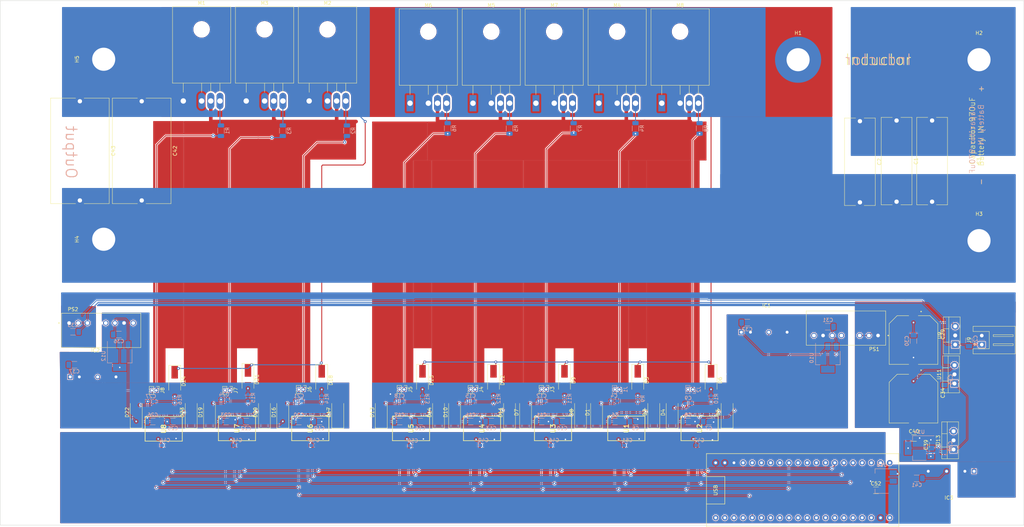
<source format=kicad_pcb>
(kicad_pcb (version 20211014) (generator pcbnew)
  (layers (0 "F.Cu" signal) (31 "B.Cu" signal) (34 "B.Paste" user) (35 "F.Paste" user) (36 "B.SilkS" user "B.Silkscreen") (37 "F.SilkS" user "F.Silkscreen") (38 "B.Mask" user) (39 "F.Mask" user) (44 "Edge.Cuts" user))
  (net 0 "")
  (net 1 "Output")
  (net 2 "Inductor")
  (net 3 "GND2")
  (net 4 "Net-(M1-Pad4)")
  (net 5 "Net-(M2-Pad4)")
  (net 6 "Net-(M3-Pad4)")
  (net 7 "-BATT")
  (net 8 "GND1")
  (net 9 "Net-(M4-Pad4)")
  (net 10 "Net-(M5-Pad4)")
  (net 11 "Net-(M6-Pad4)")
  (net 12 "Net-(M7-Pad4)")
  (net 13 "Net-(M8-Pad4)")
  (net 14 "GateH1")
  (net 15 "GateH2")
  (net 16 "GateH3")
  (net 17 "GateL1")
  (net 18 "GateL2")
  (net 19 "GateL3")
  (net 20 "GateL4")
  (net 21 "GateL5")
  (net 22 "+BATT")
  (net 24 "Net-(C4-Pad1)")
  (net 25 "VDrive1Neg")
  (net 26 "VDrive1")
  (net 27 "Net-(D3-Pad2)")
  (net 28 "VAux+")
  (net 29 "Net-(C9-Pad1)")
  (net 30 "Net-(D6-Pad2)")
  (net 31 "Net-(J2-Pad2)")
  (net 33 "Net-(C12-Pad1)")
  (net 34 "Net-(D9-Pad2)")
  (net 35 "Net-(J3-Pad2)")
  (net 37 "Net-(C15-Pad1)")
  (net 38 "Net-(D12-Pad2)")
  (net 39 "Net-(J4-Pad2)")
  (net 41 "Net-(C18-Pad1)")
  (net 42 "Net-(D15-Pad2)")
  (net 43 "Net-(J5-Pad2)")
  (net 45 "VDrive2")
  (net 46 "VDrive2Neg")
  (net 47 "Net-(C21-Pad1)")
  (net 48 "Net-(D18-Pad2)")
  (net 49 "Net-(J6-Pad2)")
  (net 51 "Net-(C24-Pad1)")
  (net 52 "Net-(D21-Pad2)")
  (net 53 "Net-(J7-Pad2)")
  (net 55 "Net-(C27-Pad1)")
  (net 56 "Net-(D24-Pad2)")
  (net 57 "Net-(J8-Pad2)")
  (net 59 "VAux-")
  (net 60 "Net-(C29-Pad1)")
  (net 61 "Net-(C32-Pad1)")
  (net 62 "Net-(J1-Pad2)")
  (net 65 "Net-(C34-Pad1)")
  (net 66 "Net-(C37-Pad1)")
  (net 69 "DIG-")
  (net 70 "INLS")
  (net 71 "RDY")
  (net 72 "FLT")
  (net 73 "RST")
  (net 74 "DIG+")
  (net 75 "INHS")
  (net 76 "Net-(C39-Pad1)")
  (net 77 "Net-(C40-Pad1)")
  (net 78 "Net-(C41-Pad1)")
  (footprint "1ED3322:SOIC127P1030X265-16N" (layer "F.Cu") (at 115.189 131.318 -90)
    (fp_text reference "U5")
    (fp_text value "1ED3322MC12NXUMA1" hide)
  )
  (footprint "Package_TO_SOT_THT:TO-247-4_Horizontal_TabDown" (layer "F.Cu") (at 86.944 40.528)
    (fp_text reference "M2")
    (fp_text value "MNMOS")
  )
  (footprint "Connector_PinHeader_1.27mm:PinHeader_1x02_P1.27mm_Vertical" (layer "F.Cu") (at 44.577 120.777 -90)
    (fp_text reference "J8")
    (fp_text value "Conn_01x02_Male")
  )
  (footprint "1ED3322:SOIC127P1030X265-16N" (layer "F.Cu") (at 154.559 131.318 -90)
    (fp_text reference "U3")
    (fp_text value "1ED3322MC12NXUMA1" hide)
  )
  (footprint "Capacitor_THT:C_Rect_L29.0mm_W16.0mm_P27.50mm_MKT" (layer "F.Cu") (at 23.368 40.606 -90)
    (fp_text reference "C43")
    (fp_text value "1.5uF 630V")
  )
  (footprint "1ED3322:SOIC127P1030X265-16N" (layer "F.Cu") (at 195.199 131.318 -90)
    (fp_text reference "U2")
    (fp_text value "1ED3322MC12NXUMA1" hide)
  )
  (footprint "MountingHole:MountingHole_6.4mm_M6_Pad" (layer "F.Cu") (at 272.669 29.083)
    (fp_text reference "H2")
    (fp_text value "MountingHole_Pad")
  )
  (footprint "Connector_JST:JST_XH_S2B-XH-A_1x02_P2.50mm_Horizontal" (layer "F.Cu") (at 273.431 108.077 90)
    (fp_text reference "J9")
    (fp_text value "Conn_01x02_Male")
  )
  (footprint "Capacitor_THT:C_Rect_L29.0mm_W16.0mm_P27.50mm_MKT" (layer "F.Cu") (at 40.513 40.606 -90)
    (fp_text reference "C42")
    (fp_text value "1.5uF 630V")
  )
  (footprint "B0505S-2W:B0505S-2W" (layer "F.Cu") (at 214.376 101.727)
    (property "VALUE" "B0505S-2W")
    (fp_text reference "IC1")
    (fp_text value "B0505S-2W")
  )
  (footprint "Capacitor_SMD:C_1206_3216Metric_Pad1.33x1.80mm_HandSolder" (layer "F.Cu") (at 259.842 135.89 90)
    (fp_text reference "C39")
    (fp_text value "1uF")
  )
  (footprint "Diode_SMD:D_SMA_Handsoldering" (layer "F.Cu") (at 182.499 126.873 90)
    (fp_text reference "D2")
    (fp_text value "D_Schottky")
  )
  (footprint "Blue Pill:ChinaBluePill" (layer "F.Cu") (at 247.904 156.083 90)
    (fp_text reference "U16" hide)
    (fp_text value "ChinaBluePill" hide)
  )
  (footprint "Package_TO_SOT_THT:TO-247-4_Horizontal_TabDown" (layer "F.Cu") (at 69.494 40.528)
    (fp_text reference "M3")
    (fp_text value "MNMOS")
  )
  (footprint "1ED3322:SOIC127P1030X265-16N" (layer "F.Cu") (at 66.929 131.318 -90)
    (fp_text reference "U7")
    (fp_text value "1ED3322MC12NXUMA1" hide)
  )
  (footprint "Package_TO_SOT_THT:TO-247-4_Horizontal_TabDown" (layer "F.Cu") (at 149.809 41.148)
    (fp_text reference "M7")
    (fp_text value "MNMOS")
  )
  (footprint "MountingHole:MountingHole_6.4mm_M6_Pad" (layer "F.Cu") (at 29.972 78.867 90)
    (fp_text reference "H4")
    (fp_text value "MountingHole_Pad")
  )
  (footprint "Diode_SMD:D_SMA_Handsoldering" (layer "F.Cu") (at 59.309 126.873 90)
    (fp_text reference "D19")
    (fp_text value "D_Schottky")
  )
  (footprint "1ED3322:SOIC127P1030X265-16N" (layer "F.Cu") (at 46.609 131.445 -90)
    (fp_text reference "U8")
    (fp_text value "1ED3322MC12NXUMA1" hide)
  )
  (footprint "Diode_SMD:D_SMA_Handsoldering" (layer "F.Cu") (at 138.049 117.983 -90)
    (fp_text reference "D12")
    (fp_text value "1N4007")
  )
  (footprint "Capacitor_THT:C_Rect_L24.0mm_W8.3mm_P22.50mm_MKT" (layer "F.Cu") (at 239.649 46.133 -90)
    (fp_text reference "C2")
    (fp_text value "1uF 400V")
  )
  (footprint "Package_TO_SOT_THT:TO-220-3_Vertical" (layer "F.Cu") (at 266.065 108.077 90)
    (fp_text reference "U9")
    (fp_text value "LM7809_TO220")
  )
  (footprint "Diode_SMD:D_SMA_Handsoldering" (layer "F.Cu") (at 74.549 126.873 90)
    (fp_text reference "D20")
    (fp_text value "D_Schottky")
  )
  (footprint "MountingHole:MountingHole_6.4mm_M6_Pad" (layer "F.Cu") (at 272.669 79.248)
    (fp_text reference "H3")
    (fp_text value "MountingHole_Pad")
  )
  (footprint "Diode_SMD:D_SMA_Handsoldering" (layer "F.Cu") (at 79.629 126.873 90)
    (fp_text reference "D16")
    (fp_text value "D_Schottky")
  )
  (footprint "URB2415S-10WR3:CONV_URB2415S-10WR3" (layer "F.Cu") (at 235.7805 103.505 180)
    (fp_text reference "PS1")
    (fp_text value "URB2415S-10WR3")
  )
  (footprint "Diode_SMD:D_SMA_Handsoldering" (layer "F.Cu") (at 187.579 126.873 90)
    (fp_text reference "D4")
    (fp_text value "D_Schottky")
  )
  (footprint "Diode_SMD:D_SMA_Handsoldering" (layer "F.Cu") (at 94.869 126.873 90)
    (fp_text reference "D17")
    (fp_text value "D_Schottky")
  )
  (footprint "Package_TO_SOT_THT:TO-220-3_Vertical" (layer "F.Cu") (at 265.867 118.872 90)
    (fp_text reference "U11")
    (fp_text value "LM7809_TO220")
  )
  (footprint "1ED3322:SOIC127P1030X265-16N" (layer "F.Cu") (at 174.879 131.318 -90)
    (fp_text reference "U1")
    (fp_text value "1ED3322MC12NXUMA1" hide)
  )
  (footprint "Diode_SMD:D_SMA_Handsoldering" (layer "F.Cu") (at 202.819 126.873 90)
    (fp_text reference "D5")
    (fp_text value "D_Schottky")
  )
  (footprint "Connector_PinHeader_1.27mm:PinHeader_1x02_P1.27mm_Vertical" (layer "F.Cu") (at 152.654 120.523 -90)
    (fp_text reference "J3")
    (fp_text value "Conn_01x02_Male")
  )
  (footprint "Diode_SMD:D_SMA_Handsoldering" (layer "F.Cu") (at 146.939 126.873 90)
    (fp_text reference "D7")
    (fp_text value "D_Schottky")
  )
  (footprint "B0505S-2W:B0505S-2W" (layer "F.Cu") (at 28.3 114.117)
    (property "VALUE" "B0505S-2W")
    (fp_text reference "IC2")
    (fp_text value "B0505S-2W")
  )
  (footprint "Connector_PinHeader_1.27mm:PinHeader_1x02_P1.27mm_Vertical" (layer "F.Cu") (at 113.284 120.523 -90)
    (fp_text reference "J5")
    (fp_text value "Conn_01x02_Male")
  )
  (footprint "Diode_SMD:D_SMA_Handsoldering" (layer "F.Cu") (at 157.734 117.983 -90)
    (fp_text reference "D9")
    (fp_text value "1N4007")
  )
  (footprint "Package_TO_SOT_THT:TO-247-4_Horizontal_TabDown" (layer "F.Cu") (at 114.909 41.148)
    (fp_text reference "M6")
    (fp_text value "MNMOS")
  )
  (footprint "Diode_SMD:D_SMA_Handsoldering" (layer "F.Cu") (at 122.809 126.873 90)
    (fp_text reference "D14")
    (fp_text value "D_Schottky")
  )
  (footprint "Diode_SMD:D_SMA_Handsoldering" (layer "F.Cu") (at 198.374 117.983 -90)
    (fp_text reference "D6")
    (fp_text value "1N4007")
  )
  (footprint "Connector_PinHeader_1.27mm:PinHeader_1x02_P1.27mm_Vertical" (layer "F.Cu") (at 85.344 120.523 -90)
    (fp_text reference "J6")
    (fp_text value "Conn_01x02_Male")
  )
  (footprint "Diode_SMD:D_SMA_Handsoldering" (layer "F.Cu") (at 142.494 126.873 90)
    (fp_text reference "D11")
    (fp_text value "D_Schottky")
  )
  (footprint "1000uF 25V Electrolytic SMD 13x14mm:CAP_EEEFK1E102AQ" (layer "F.Cu") (at 254.508 106.807 -90)
    (fp_text reference "C29")
    (fp_text value "1000uF")
  )
  (footprint "Package_TO_SOT_THT:TO-247-4_Horizontal_TabDown" (layer "F.Cu") (at 52.044 40.528)
    (fp_text reference "M1")
    (fp_text value "MNMOS")
  )
  (footprint "Diode_SMD:D_SMA_Handsoldering" (layer "F.Cu") (at 178.054 117.983 -90)
    (fp_text reference "D3")
    (fp_text value "1N4007")
  )
  (footprint "1000uF 25V Electrolytic SMD 13x14mm:CAP_EEEFK1E102AQ" (layer "F.Cu") (at 254.508 123.063 -90)
    (fp_text reference "C34")
    (fp_text value "1000uF")
  )
  (footprint "B0505S-2W:B0505S-2W" (layer "F.Cu") (at 263.673 146.106 180)
    (property "VALUE" "B0505S-2W")
    (fp_text reference "IC3")
    (fp_text value "B0505S-2W")
  )
  (footprint "URB2415S-10WR3:CONV_URB2415S-10WR3" (layer "F.Cu") (at 29.2685 104.14)
    (fp_text reference "PS2")
    (fp_text value "URB2415S-10WR3")
  )
  (footprint "Package_TO_SOT_THT:TO-247-4_Horizontal_TabDown" (layer "F.Cu") (at 132.359 41.148)
    (fp_text reference "M5")
    (fp_text value "MNMOS")
  )
  (footprint "MountingHole:MountingHole_6.4mm_M6_Pad" (layer "F.Cu") (at 222.504 29.083)
    (fp_text reference "H1")
    (fp_text value "MountingHole_Pad")
  )
  (footprint "Diode_SMD:D_SMA_Handsoldering" (layer "F.Cu") (at 49.657 118.237 -90)
    (fp_text reference "D24")
    (fp_text value "1N4007")
  )
  (footprint "1ED3322:SOIC127P1030X265-16N" (layer "F.Cu") (at 134.874 131.318 -90)
    (fp_text reference "U4")
    (fp_text value "1ED3322MC12NXUMA1" hide)
  )
  (footprint "Capacitor_SMD:C_1206_3216Metric_Pad1.33x1.80mm_HandSolder" (layer "F.Cu") (at 244.094 148.463)
    (fp_text reference "C52")
    (fp_text value "1uF")
  )
  (footprint "Diode_SMD:D_SMA_Handsoldering" (layer "F.Cu") (at 106.934 126.873 90)
    (fp_text reference "D13")
    (fp_text value "D_Schottky")
  )
  (footprint "Diode_SMD:D_SMA_Handsoldering" (layer "F.Cu") (at 38.989 126.873 90)
    (fp_text reference "D22")
    (fp_text value "D_Schottky")
  )
  (footprint "Diode_SMD:D_SMA_Handsoldering" (layer "F.Cu") (at 54.229 126.873 90)
    (fp_text reference "D23")
    (fp_text value "D_Schottky")
  )
  (footprint "Diode_SMD:D_SMA_Handsoldering" (layer "F.Cu") (at 162.179 126.873 90)
    (fp_text reference "D8")
    (fp_text value "D_Schottky")
  )
  (footprint "Package_TO_SOT_THT:TO-220-3_Vertical" (layer "F.Cu") (at 265.613 137.16 90)
    (fp_text reference "U13")
    (fp_text value "LM7809_TO220")
  )
  (footprint "1ED3322:SOIC127P1030X265-16N" (layer "F.Cu") (at 87.249 131.318 -90)
    (fp_text reference "U6")
    (fp_text value "1ED3322MC12NXUMA1" hide)
  )
  (footprint "Diode_SMD:D_SMA_Handsoldering" (layer "F.Cu") (at 90.424 117.983 -90)
    (fp_text reference "D18")
    (fp_text value "1N4007")
  )
  (footprint "Package_TO_SOT_THT:TO-247-4_Horizontal_TabDown" (layer "F.Cu") (at 184.709 41.148)
    (fp_text reference "M8")
    (fp_text value "MNMOS")
  )
  (footprint "Diode_SMD:D_SMA_Handsoldering" (layer "F.Cu") (at 69.977 117.729 -90)
    (fp_text reference "D21")
    (fp_text value "1N4007")
  )
  (footprint "MountingHole:MountingHole_6.4mm_M6_Pad" (layer "F.Cu") (at 29.972 28.957 90)
    (fp_text reference "H5")
    (fp_text value "MountingHole_Pad")
  )
  (footprint "Connector_PinHeader_1.27mm:PinHeader_1x02_P1.27mm_Vertical" (layer "F.Cu") (at 132.969 120.523 -90)
    (fp_text reference "J4")
    (fp_text value "Conn_01x02_Male")
  )
  (footprint "Capacitor_THT:C_Rect_L24.0mm_W8.3mm_P22.50mm_MKT" (layer "F.Cu") (at 249.809 45.953 -90)
    (fp_text reference "C1")
    (fp_text value "1uF 400V")
  )
  (footprint "Connector_PinHeader_1.27mm:PinHeader_1x02_P1.27mm_Vertical" (layer "F.Cu") (at 64.897 120.777 -90)
    (fp_text reference "J7")
    (fp_text value "Conn_01x02_Male")
  )
  (footprint "Diode_SMD:D_SMA_Handsoldering" (layer "F.Cu") (at 118.364 117.983 -90)
    (fp_text reference "D15")
    (fp_text value "1N4007")
  )
  (footprint "Capacitor_SMD:C_1206_3216Metric_Pad1.33x1.80mm_HandSolder" (layer "F.Cu") (at 254.635 133.985)
    (fp_text reference "C40")
    (fp_text value "1uF")
  )
  (footprint "Diode_SMD:D_SMA_Handsoldering" (layer "F.Cu") (at 127.254 126.873 90)
    (fp_text reference "D10")
    (fp_text value "D_Schottky")
  )
  (footprint "Capacitor_THT:C_Rect_L24.0mm_W8.3mm_P22.50mm_MKT" (layer "F.Cu") (at 259.659 45.953 -90)
    (fp_text reference "C3")
    (fp_text value "1uF 400V")
  )
  (footprint "Package_TO_SOT_THT:TO-247-4_Horizontal_TabDown" (layer "F.Cu") (at 167.259 41.148)
    (fp_text reference "M4")
    (fp_text value "MNMOS")
  )
  (footprint "Diode_SMD:D_SMA_Handsoldering" (layer "F.Cu") (at 166.624 126.873 90)
    (fp_text reference "D1")
    (fp_text value "D_Schottky")
  )
  (footprint "Capacitor_SMD:C_1206_3216Metric_Pad1.33x1.80mm_HandSolder" (layer "B.Cu") (at 137.414 129.413)
    (fp_text reference "C13")
    (fp_text value "1uF")
  )
  (footprint "Capacitor_SMD:C_0603_1608Metric_Pad1.08x0.95mm_HandSolder" (layer "B.Cu") (at 84.074 123.698 180)
    (fp_text reference "C21")
    (fp_text value "C_Desat")
  )
  (footprint "Capacitor_SMD:C_0603_1608Metric_Pad1.08x0.95mm_HandSolder" (layer "B.Cu") (at 131.699 123.698 180)
    (fp_text reference "C15")
    (fp_text value "C_Desat")
  )
  (footprint "Capacitor_SMD:C_0603_1608Metric_Pad1.08x0.95mm_HandSolder" (layer "B.Cu") (at 112.014 123.698 180)
    (fp_text reference "C18")
    (fp_text value "C_Desat")
  )
  (footprint "Resistor_SMD:R_0603_1608Metric_Pad0.98x0.95mm_HandSolder" (layer "B.Cu") (at 49.657 123.317 90)
    (fp_text reference "R16")
    (fp_text value "1K")
  )
  (footprint "Capacitor_SMD:C_1206_3216Metric_Pad1.33x1.80mm_HandSolder" (layer "B.Cu") (at 263.017 117.729 90)
    (fp_text reference "C33")
    (fp_text value "1uF")
  )
  (footprint "Capacitor_SMD:C_1206_3216Metric_Pad1.33x1.80mm_HandSolder" (layer "B.Cu") (at 63.881 129.413 180)
    (fp_text reference "C23")
    (fp_text value "1uF")
  )
  (footprint "Capacitor_SMD:C_1206_3216Metric_Pad1.33x1.80mm_HandSolder" (layer "B.Cu") (at 34.163 105.283)
    (fp_text reference "C36")
    (fp_text value "1uF")
  )
  (footprint "Connector_PinHeader_1.27mm:PinHeader_1x02_P1.27mm_Vertical" (layer "B.Cu") (at 172.974 120.523 90)
    (fp_text reference "J1")
    (fp_text value "Conn_01x02_Male")
  )
  (footprint "Resistor_SMD:R_0603_1608Metric_Pad0.98x0.95mm_HandSolder" (layer "B.Cu") (at 69.977 122.809 90)
    (fp_text reference "R15")
    (fp_text value "1K")
  )
  (footprint "Capacitor_SMD:C_1206_3216Metric_Pad1.33x1.80mm_HandSolder" (layer "B.Cu") (at 230.759 103.124 180)
    (fp_text reference "C31")
    (fp_text value "1uF")
  )
  (footprint "Capacitor_SMD:C_1206_3216Metric_Pad1.33x1.80mm_HandSolder" (layer "B.Cu") (at 69.469 129.413)
    (fp_text reference "C22")
    (fp_text value "1uF")
  )
  (footprint "Resistor_SMD:R_1206_3216Metric" (layer "B.Cu") (at 142.494 48.133 90)
    (fp_text reference "R5")
    (fp_text value "2.2")
  )
  (footprint "Capacitor_SMD:C_1206_3216Metric_Pad1.33x1.80mm_HandSolder" (layer "B.Cu") (at 255.397 145.161)
    (fp_text reference "C41")
    (fp_text value "1uF")
  )
  (footprint "Capacitor_SMD:C_0603_1608Metric_Pad1.08x0.95mm_HandSolder" (layer "B.Cu") (at 46.99 136.017 180)
    (fp_text reference "C44")
    (fp_text value "100nF")
  )
  (footprint "Resistor_SMD:R_1206_3216Metric" (layer "B.Cu") (at 125.349 48.133 90)
    (fp_text reference "R6")
    (fp_text value "2.2")
  )
  (footprint "Resistor_SMD:R_0603_1608Metric_Pad0.98x0.95mm_HandSolder" (layer "B.Cu") (at 90.424 123.063 90)
    (fp_text reference "R14")
    (fp_text value "1K")
  )
  (footprint "Capacitor_SMD:C_1206_3216Metric_Pad1.33x1.80mm_HandSolder" (layer "B.Cu") (at 262.89 136.271 90)
    (fp_text reference "C38")
    (fp_text value "1uF")
  )
  (footprint "Capacitor_SMD:C_0603_1608Metric_Pad1.08x0.95mm_HandSolder" (layer "B.Cu") (at 115.697 136.144 180)
    (fp_text reference "C50")
    (fp_text value "100nF")
  )
  (footprint "Capacitor_SMD:C_1206_3216Metric_Pad1.33x1.80mm_HandSolder" (layer "B.Cu") (at 192.024 129.413 180)
    (fp_text reference "C8")
    (fp_text value "1uF")
  )
  (footprint "Capacitor_SMD:C_0603_1608Metric_Pad1.08x0.95mm_HandSolder" (layer "B.Cu") (at 154.813 136.017 180)
    (fp_text reference "C46")
    (fp_text value "100nF")
  )
  (footprint "Capacitor_SMD:C_0603_1608Metric_Pad1.08x0.95mm_HandSolder" (layer "B.Cu") (at 192.024 124.333 180)
    (fp_text reference "C9")
    (fp_text value "C_Desat")
  )
  (footprint "Package_TO_SOT_SMD:SOT-223-3_TabPin2" (layer "B.Cu") (at 34.417 111.252 -90)
    (fp_text reference "U12")
    (fp_text value "AMS1117-5.0")
  )
  (footprint "Capacitor_SMD:C_0603_1608Metric_Pad1.08x0.95mm_HandSolder" (layer "B.Cu") (at 88.392 136.017 180)
    (fp_text reference "C48")
    (fp_text value "100nF")
  )
  (footprint "Capacitor_SMD:C_0603_1608Metric_Pad1.08x0.95mm_HandSolder" (layer "B.Cu") (at 66.929 136.017 180)
    (fp_text reference "C45")
    (fp_text value "100nF")
  )
  (footprint "Capacitor_SMD:C_0603_1608Metric_Pad1.08x0.95mm_HandSolder" (layer "B.Cu") (at 175.133 136.017 180)
    (fp_text reference "C51")
    (fp_text value "100nF")
  )
  (footprint "Capacitor_SMD:C_0603_1608Metric_Pad1.08x0.95mm_HandSolder" (layer "B.Cu") (at 63.373 123.317 180)
    (fp_text reference "C24")
    (fp_text value "C_Desat")
  )
  (footprint "Resistor_SMD:R_1206_3216Metric" (layer "B.Cu") (at 62.484 48.768 90)
    (fp_text reference "R1")
    (fp_text value "2.2")
  )
  (footprint "Capacitor_SMD:C_1206_3216Metric_Pad1.33x1.80mm_HandSolder" (layer "B.Cu") (at 112.014 129.413 180)
    (fp_text reference "C17")
    (fp_text value "1uF")
  )
  (footprint "Resistor_SMD:R_1206_3216Metric" (layer "B.Cu") (at 79.629 48.768 90)
    (fp_text reference "R3")
    (fp_text value "2.2")
  )
  (footprint "Capacitor_SMD:C_1206_3216Metric_Pad1.33x1.80mm_HandSolder" (layer "B.Cu") (at 171.704 129.413 180)
    (fp_text reference "C6")
    (fp_text value "1uF")
  )
  (footprint "Resistor_SMD:R_0603_1608Metric_Pad0.98x0.95mm_HandSolder" (layer "B.Cu") (at 198.374 123.063 90)
    (fp_text reference "R10")
    (fp_text value "1K")
  )
  (footprint "Resistor_SMD:R_0603_1608Metric_Pad0.98x0.95mm_HandSolder" (layer "B.Cu") (at 118.364 123.063 90)
    (fp_text reference "R13")
    (fp_text value "1K")
  )
  (footprint "Capacitor_SMD:C_1206_3216Metric_Pad1.33x1.80mm_HandSolder" (layer "B.Cu") (at 177.419 129.413)
    (fp_text reference "C5")
    (fp_text value "1uF")
  )
  (footprint "Package_TO_SOT_SMD:SOT-223-3_TabPin2" (layer "B.Cu") (at 245.745 145.923 180)
    (fp_text reference "U15")
    (fp_text value "AMS1117-3.3")
  )
  (footprint "Capacitor_SMD:C_1206_3216Metric_Pad1.33x1.80mm_HandSolder" (layer "B.Cu") (at 254.508 107.061 -90)
    (fp_text reference "C30")
    (fp_text value "1uF")
  )
  (footprint "Resistor_SMD:R_0603_1608Metric_Pad0.98x0.95mm_HandSolder" (layer "B.Cu") (at 178.054 123.063 90)
    (fp_text reference "R9")
    (fp_text value "1K")
  )
  (footprint "Capacitor_SMD:C_0603_1608Metric_Pad1.08x0.95mm_HandSolder" (layer "B.Cu") (at 171.4765 123.698 180)
    (fp_text reference "C4")
    (fp_text value "C_Desat")
  )
  (footprint "Capacitor_SMD:C_1206_3216Metric_Pad1.33x1.80mm_HandSolder" (layer "B.Cu") (at 84.074 129.413 180)
    (fp_text reference "C20")
    (fp_text value "1uF")
  )
  (footprint "Capacitor_SMD:C_0603_1608Metric_Pad1.08x0.95mm_HandSolder" (layer "B.Cu") (at 151.384 123.698 180)
    (fp_text reference "C12")
    (fp_text value "C_Desat")
  )
  (footprint "Capacitor_SMD:C_0603_1608Metric_Pad1.08x0.95mm_HandSolder" (layer "B.Cu") (at 43.053 123.825 180)
    (fp_text reference "C27")
    (fp_text value "C_Desat")
  )
  (footprint "Capacitor_SMD:C_1206_3216Metric_Pad1.33x1.80mm_HandSolder" (layer "B.Cu") (at 117.729 129.413)
    (fp_text reference "C16")
    (fp_text value "1uF")
  )
  (footprint "Capacitor_SMD:C_1206_3216Metric_Pad1.33x1.80mm_HandSolder" (layer "B.Cu") (at 157.099 129.413)
    (fp_text reference "C10")
    (fp_text value "1uF")
  )
  (footprint "Capacitor_SMD:C_1206_3216Metric_Pad1.33x1.80mm_HandSolder" (layer "B.Cu") (at 197.739 129.413)
    (fp_text reference "C7")
    (fp_text value "1uF")
  )
  (footprint "Capacitor_SMD:C_1206_3216Metric_Pad1.33x1.80mm_HandSolder" (layer "B.Cu") (at 131.699 129.413 180)
    (fp_text reference "C14")
    (fp_text value "1uF")
  )
  (footprint "Package_TO_SOT_SMD:SOT-223-3_TabPin2" (layer "B.Cu") (at 256.159 136.779 180)
    (fp_text reference "U14")
    (fp_text value "AMS1117-5.0")
  )
  (footprint "Capacitor_SMD:C_0603_1608Metric_Pad1.08x0.95mm_HandSolder" (layer "B.Cu") (at 135.255 136.017 180)
    (fp_text reference "C49")
    (fp_text value "100nF")
  )
  (footprint "Capacitor_SMD:C_1206_3216Metric_Pad1.33x1.80mm_HandSolder" (layer "B.Cu") (at 151.384 129.413 180)
    (fp_text reference "C11")
    (fp_text value "1uF")
  )
  (footprint "Resistor_SMD:R_1206_3216Metric" (layer "B.Cu") (at 97.409 48.768 90)
    (fp_text reference "R2")
    (fp_text value "2.2")
  )
  (footprint "Capacitor_SMD:C_1206_3216Metric_Pad1.33x1.80mm_HandSolder" (layer "B.Cu") (at 89.789 129.413)
    (fp_text reference "C19")
    (fp_text value "1uF")
  )
  (footprint "Resistor_SMD:R_0603_1608Metric_Pad0.98x0.95mm_HandSolder" (layer "B.Cu") (at 138.049 123.063 90)
    (fp_text reference "R12")
    (fp_text value "1K")
  )
  (footprint "Resistor_SMD:R_1206_3216Metric" (layer "B.Cu") (at 160.274 48.133 90)
    (fp_text reference "R7")
    (fp_text value "2.2")
  )
  (footprint "Capacitor_SMD:C_1206_3216Metric_Pad1.33x1.80mm_HandSolder" (layer "B.Cu") (at 269.875 106.934 90)
    (fp_text reference "C28")
    (fp_text value "1uF")
  )
  (footprint "Capacitor_SMD:C_1206_3216Metric_Pad1.33x1.80mm_HandSolder" (layer "B.Cu") (at 208.407 101.981)
    (fp_text reference "C32")
    (fp_text value "1uF")
  )
  (footprint "Capacitor_SMD:C_1206_3216Metric_Pad1.33x1.80mm_HandSolder" (layer "B.Cu") (at 49.149 129.413)
    (fp_text reference "C25")
    (fp_text value "1uF")
  )
  (footprint "Resistor_SMD:R_0603_1608Metric_Pad0.98x0.95mm_HandSolder" (layer "B.Cu") (at 157.734 123.063 90)
    (fp_text reference "R11")
    (fp_text value "1K")
  )
  (footprint "Capacitor_SMD:C_1206_3216Metric_Pad1.33x1.80mm_HandSolder" (layer "B.Cu") (at 43.561 129.413 180)
    (fp_text reference "C26")
    (fp_text value "1uF")
  )
  (footprint "Connector_PinHeader_1.27mm:PinHeader_1x02_P1.27mm_Vertical" (layer "B.Cu") (at 193.294 120.523 90)
    (fp_text reference "J2")
    (fp_text value "Conn_01x02_Male")
  )
  (footprint "Capacitor_SMD:C_1206_3216Metric_Pad1.33x1.80mm_HandSolder" (layer "B.Cu") (at 21.844 113.665)
    (fp_text reference "C37")
    (fp_text value "1uF")
  )
  (footprint "Capacitor_SMD:C_0603_1608Metric_Pad1.08x0.95mm_HandSolder" (layer "B.Cu") (at 195.072 136.017 180)
    (fp_text reference "C47")
    (fp_text value "100nF")
  )
  (footprint "Package_TO_SOT_SMD:SOT-223-3_TabPin2" (layer "B.Cu") (at 230.759 111.76 -90)
    (fp_text reference "U10")
    (fp_text value "AMS1117-5.0")
  )
  (footprint "Resistor_SMD:R_1206_3216Metric" (layer "B.Cu") (at 195.199 48.133 90)
    (fp_text reference "R8")
    (fp_text value "2.2")
  )
  (footprint "Resistor_SMD:R_1206_3216Metric" (layer "B.Cu") (at 177.419 48.133 90)
    (fp_text reference "R4")
    (fp_text value "2.2")
  )
  (footprint "Capacitor_SMD:C_1206_3216Metric_Pad1.33x1.80mm_HandSolder" (layer "B.Cu") (at 21.463 104.521 180)
    (fp_text reference "C35")
    (fp_text value "1uF")
  )
  (gr_rect (start 1.27 12.7) (end 285.115 158.115) (layer "Edge.Cuts") (width 0.1) (fill none))
  (gr_text "     Capacitor 970uF\n+   Battery IN        -" (at 272.024 36.068 90) (layer "B.SilkS") (effects (font (size 1.5 1.5)) (justify left mirror)))
  (gr_text "Output" (at 20.955 54.737 270) (layer "B.SilkS") (effects (font (size 3 3) (thickness 0.3)) (justify mirror)))
  (gr_text "Inductor" (at 244.729 29.083) (layer "B.SilkS") (effects (font (size 3 3) (thickness 0.25)) (justify mirror)))
  (gr_text "     Capacitor 970uF\n-   Battery IN        +" (at 272.034 64.008 90) (layer "F.SilkS") (effects (font (size 1.5 1.5)) (justify left)))
  (gr_text "Inductor" (at 244.729 29.083) (layer "F.SilkS") (effects (font (size 3 3) (thickness 0.25))))
  (segment (start 102.489 46.228) (end 102.489 57.658) (width 0.25) (layer "F.Cu") (net 1))
  (segment (start 49.657 115.737) (end 49.657 115.697) (width 0.25) (layer "F.Cu") (net 1))
  (segment (start 101.854 58.293) (end 90.678 58.293) (width 0.25) (layer "F.Cu") (net 1))
  (segment (start 69.977 114.681) (end 70.993 113.665) (width 0.25) (layer "F.Cu") (net 1))
  (segment (start 90.297 113.157) (end 90.297 115.356) (width 0.25) (layer "F.Cu") (net 1))
  (segment (start 69.977 115.229) (end 69.977 114.681) (width 0.25) (layer "F.Cu") (net 1))
  (segment (start 49.657 115.697) (end 50.673 114.681) (width 0.25) (layer "F.Cu") (net 1))
  (segment (start 90.424 58.547) (end 90.424 115.483) (width 0.25) (layer "F.Cu") (net 1))
  (segment (start 90.297 115.356) (end 90.424 115.483) (width 0.25) (layer "F.Cu") (net 1))
  (segment (start 90.678 58.293) (end 90.424 58.547) (width 0.25) (layer "F.Cu") (net 1))
  (segment (start 102.489 57.658) (end 101.854 58.293) (width 0.25) (layer "F.Cu") (net 1))
  (via (at 90.297 113.157) (size 0.8) (drill 0.4) (layers "F.Cu" "B.Cu") (net 1))
  (via (at 50.673 114.681) (size 0.8) (drill 0.4) (layers "F.Cu" "B.Cu") (net 1))
  (via (at 102.489 46.228) (size 0.8) (drill 0.4) (layers "F.Cu" "B.Cu") (net 1))
  (via (at 70.993 113.665) (size 0.8) (drill 0.4) (layers "F.Cu" "B.Cu") (net 1))
  (segment (start 89.789 113.665) (end 90.297 113.157) (width 0.25) (layer "B.Cu") (net 1))
  (segment (start 100.584 44.323) (end 99.949 44.323) (width 0.25) (layer "B.Cu") (net 1))
  (segment (start 102.489 46.228) (end 100.584 44.323) (width 0.25) (layer "B.Cu") (net 1))
  (segment (start 50.673 114.681) (end 69.977 114.681) (width 0.25) (layer "B.Cu") (net 1))
  (segment (start 70.993 113.665) (end 89.789 113.665) (width 0.25) (layer "B.Cu") (net 1))
  (segment (start 69.977 114.681) (end 70.993 113.665) (width 0.25) (layer "B.Cu") (net 1))
  (segment (start 197.739 112.903) (end 198.374 113.538) (width 0.25) (layer "F.Cu") (net 2))
  (segment (start 178.054 115.483) (end 178.054 113.538) (width 0.25) (layer "F.Cu") (net 2))
  (segment (start 157.734 113.538) (end 158.369 112.903) (width 0.25) (layer "F.Cu") (net 2))
  (segment (start 138.049 115.483) (end 138.684 114.848) (width 0.25) (layer "F.Cu") (net 2))
  (segment (start 118.364 113.538) (end 118.999 112.903) (width 0.25) (layer "F.Cu") (net 2))
  (segment (start 198.374 113.538) (end 198.374 115.483) (width 0.25) (layer "F.Cu") (net 2))
  (segment (start 138.684 114.848) (end 138.684 112.903) (width 0.25) (layer "F.Cu") (net 2))
  (segment (start 198.374 44.323) (end 198.374 115.483) (width 0.25) (layer "F.Cu") (net 2))
  (segment (start 178.054 113.538) (end 178.689 112.903) (width 0.25) (layer "F.Cu") (net 2))
  (segment (start 118.364 115.483) (end 118.364 113.538) (width 0.25) (layer "F.Cu") (net 2))
  (segment (start 157.734 115.483) (end 157.734 113.538) (width 0.25) (layer "F.Cu") (net 2))
  (via (at 158.369 112.903) (size 0.8) (drill 0.4) (layers "F.Cu" "B.Cu") (net 2))
  (via (at 138.684 112.903) (size 0.8) (drill 0.4) (layers "F.Cu" "B.Cu") (net 2))
  (via (at 197.739 112.903) (size 0.8) (drill 0.4) (layers "F.Cu" "B.Cu") (net 2))
  (via (at 178.689 112.903) (size 0.8) (drill 0.4) (layers "F.Cu" "B.Cu") (net 2))
  (via (at 118.999 112.903) (size 0.8) (drill 0.4) (layers "F.Cu" "B.Cu") (net 2))
  (segment (start 118.999 112.903) (end 138.684 112.903) (width 0.25) (layer "B.Cu") (net 2))
  (segment (start 138.684 112.903) (end 158.369 112.903) (width 0.25) (layer "B.Cu") (net 2))
  (segment (start 178.689 112.903) (end 197.739 112.903) (width 0.25) (layer "B.Cu") (net 2))
  (segment (start 158.369 112.903) (end 178.689 112.903) (width 0.25) (layer "B.Cu") (net 2))
  (segment (start 77.114 45.618) (end 77.724 46.228) (width 1) (layer "F.Cu") (net 3))
  (segment (start 94.564 45.923) (end 94.869 46.228) (width 1) (layer "F.Cu") (net 3))
  (segment (start 77.114 40.528) (end 77.114 45.618) (width 1) (layer "F.Cu") (net 3))
  (segment (start 59.664 45.948) (end 59.944 46.228) (width 1) (layer "F.Cu") (net 3))
  (segment (start 59.944 46.228) (end 77.724 46.228) (width 1) (layer "F.Cu") (net 3))
  (segment (start 59.664 40.528) (end 59.664 45.948) (width 1) (layer "F.Cu") (net 3))
  (segment (start 77.724 46.228) (end 94.869 46.228) (width 1) (layer "F.Cu") (net 3))
  (segment (start 94.564 40.528) (end 94.564 45.923) (width 1) (layer "F.Cu") (net 3))
  (segment (start 94.869 46.228) (end 99.949 46.228) (width 1) (layer "F.Cu") (net 3))
  (via (at 90.424 129.413) (size 0.8) (drill 0.4) (layers "F.Cu" "B.Cu") (net 3))
  (via (at 66.421 128.905) (size 0.8) (drill 0.4) (layers "F.Cu" "B.Cu") (net 3))
  (segment (start 35.6185 105.176) (end 35.6185 102.09) (width 0.25) (layer "B.Cu") (net 3))
  (segment (start 34.936 105.283) (end 35.7255 105.283) (width 0.25) (layer "B.Cu") (net 3))
  (segment (start 23.22 113.8515) (end 23.22 117.027) (width 0.25) (layer "B.Cu") (net 3))
  (segment (start 33.38 117.027) (end 35.733 119.38) (width 0.25) (layer "B.Cu") (net 3))
  (segment (start 35.733 119.38) (end 35.814 119.38) (width 0.25) (layer "B.Cu") (net 3))
  (segment (start 32.117 112.282) (end 32.117 115.764) (width 0.25) (layer "B.Cu") (net 3))
  (segment (start 23.4065 113.665) (end 23.22 113.8515) (width 0.25) (layer "B.Cu") (net 3))
  (segment (start 32.117 108.102) (end 32.117 112.282) (width 0.25) (layer "B.Cu") (net 3))
  (segment (start 24.7895 112.282) (end 23.4065 113.665) (width 0.25) (layer "B.Cu") (net 3))
  (segment (start 35.7255 105.283) (end 35.6185 105.176) (width 0.25) (layer "B.Cu") (net 3))
  (segment (start 32.117 108.102) (end 34.936 105.283) (width 0.25) (layer "B.Cu") (net 3))
  (segment (start 32.117 112.282) (end 24.7895 112.282) (width 0.25) (layer "B.Cu") (net 3))
  (segment (start 32.117 115.764) (end 33.38 117.027) (width 0.25) (layer "B.Cu") (net 3))
  (segment (start 62.204 47.0255) (end 62.204 40.528) (width 0.25) (layer "B.Cu") (net 4))
  (segment (start 62.484 47.3055) (end 62.204 47.0255) (width 0.25) (layer "B.Cu") (net 4))
  (segment (start 97.104 47.0005) (end 97.104 40.528) (width 0.25) (layer "B.Cu") (net 5))
  (segment (start 97.409 47.3055) (end 97.104 47.0005) (width 0.25) (layer "B.Cu") (net 5))
  (segment (start 79.629 47.3055) (end 79.654 47.2805) (width 0.25) (layer "B.Cu") (net 6))
  (segment (start 79.654 47.2805) (end 79.654 40.528) (width 0.25) (layer "B.Cu") (net 6))
  (segment (start 157.734 46.228) (end 174.879 46.228) (width 1) (layer "F.Cu") (net 8))
  (segment (start 192.329 41.148) (end 192.329 45.898) (width 1) (layer "F.Cu") (net 8))
  (segment (start 157.429 41.148) (end 157.429 45.923) (width 1) (layer "F.Cu") (net 8))
  (segment (start 197.104 127.572598) (end 199.07823 129.546828) (width 0.25) (layer "F.Cu") (net 8))
  (segment (start 139.979 41.148) (end 139.979 46.203) (width 1) (layer "F.Cu") (net 8))
  (segment (start 139.954 46.228) (end 157.734 46.228) (width 1) (layer "F.Cu") (net 8))
  (segment (start 175.514 124.333) (end 174.244 124.333) (width 0.25) (layer "F.Cu") (net 8))
  (segment (start 174.879 46.228) (end 179.959 46.228) (width 1) (layer "F.Cu") (net 8))
  (segment (start 139.979 46.203) (end 139.954 46.228) (width 0.25) (layer "F.Cu") (net 8))
  (segment (start 174.879 41.148) (end 174.879 39.243) (width 0.25) (layer "F.Cu") (net 8))
  (segment (start 122.529 41.148) (end 122.529 45.948) (width 1) (layer "F.Cu") (net 8))
  (segment (start 176.784 126.643) (end 176.784 125.603) (width 0.25) (layer "F.Cu") (net 8))
  (segment (start 122.529 45.948) (end 122.809 46.228) (width 1) (layer "F.Cu") (net 8))
  (segment (start 179.959 49.404396) (end 179.959 46.228) (width 0.25) (layer "F.Cu") (net 8))
  (segment (start 176.784 125.603) (end 175.514 124.333) (width 0.25) (layer "F.Cu") (net 8))
  (segment (start 157.429 45.923) (end 157.734 46.228) (width 0.25) (layer "F.Cu") (net 8))
  (segment (start 179.959 46.228) (end 192.659 46.228) (width 1) (layer "F.Cu") (net 8))
  (segment (start 176.784 126.643) (end 176.784 127.508) (width 0.25) (layer "F.Cu") (net 8))
  (segment (start 176.784 127.508) (end 178.054 128.778) (width 0.25) (layer "F.Cu") (net 8))
  (segment (start 174.244 55.119396) (end 179.959 49.404396) (width 0.25) (layer "F.Cu") (net 8))
  (segment (start 122.809 46.228) (end 139.954 46.228) (width 1) (layer "F.Cu") (net 8))
  (segment (start 174.244 124.333) (end 174.244 55.119396) (width 0.25) (layer "F.Cu") (net 8))
  (segment (start 197.104 127.572598) (end 197.104 126.643) (width 0.25) (layer "F.Cu") (net 8))
  (segment (start 174.879 41.148) (end 174.879 46.228) (width 1) (layer "F.Cu") (net 8))
  (via (at 153.289 129.413) (size 0.8) (drill 0.4) (layers "F.Cu" "B.Cu") (net 8))
  (via (at 134.239 129.413) (size 0.8) (drill 0.4) (layers "F.Cu" "B.Cu") (net 8))
  (via (at 109.474 121.793) (size 0.8) (drill 0.4) (layers "F.Cu" "B.Cu") (net 8))
  (via (at 193.929 129.413) (size 0.8) (drill 0.4) (layers "F.Cu" "B.Cu") (net 8))
  (via (at 178.054 128.778) (size 0.8) (drill 0.4) (layers "F.Cu" "B.Cu") (net 8))
  (via (at 199.07823 129.546828) (size 0.8) (drill 0.4) (layers "F.Cu" "B.Cu") (net 8))
  (segment (start 228.459 108.61) (end 228.459 106.5265) (width 0.25) (layer "B.Cu") (net 8))
  (segment (start 229.1965 103.124) (end 229.4305 103.358) (width 0.25) (layer "B.Cu") (net 8))
  (segment (start 210.196 101.981) (end 211.074 102.859) (width 0.25) (layer "B.Cu") (net 8))
  (segment (start 211.074 102.616) (end 211.074 102.859) (width 0.25) (layer "B.Cu") (net 8))
  (segment (start 219.456 104.637) (end 221.731 102.362) (width 0.25) (layer "B.Cu") (net 8))
  (segment (start 217.435 102.616) (end 211.074 102.616) (width 0.25) (layer "B.Cu") (net 8))
  (segment (start 178.054 128.778) (end 178.3465 128.778) (width 0.25) (layer "B.Cu") (net 8))
  (segment (start 178.3465 128.778) (end 178.9815 129.413) (width 0.25) (layer "B.Cu") (net 8))
  (segment (start 229.4305 103.358) (end 229.4305 105.555) (width 0.25) (layer "B.Cu") (net 8))
  (segment (start 228.459 106.5265) (end 229.4305 105.555) (width 0.25) (layer "B.Cu") (net 8))
  (segment (start 228.4345 102.362) (end 229.1965 103.124) (width 0.25) (layer "B.Cu") (net 8))
  (segment (start 211.074 102.859) (end 209.296 104.637) (width 0.25) (layer "B.Cu") (net 8))
  (segment (start 193.5865 129.413) (end 193.929 129.413) (width 0.25) (layer "B.Cu") (net 8))
  (segment (start 221.731 102.362) (end 228.4345 102.362) (width 0.25) (layer "B.Cu") (net 8))
  (segment (start 219.456 104.637) (end 217.435 102.616) (width 0.25) (layer "B.Cu") (net 8))
  (segment (start 209.9695 101.981) (end 210.196 101.981) (width 0.25) (layer "B.Cu") (net 8))
  (segment (start 177.419 41.148) (end 177.419 46.6705) (width 0.25) (layer "B.Cu") (net 9))
  (segment (start 142.519 41.148) (end 142.519 46.6455) (width 0.25) (layer "B.Cu") (net 10))
  (segment (start 142.519 46.6455) (end 142.494 46.6705) (width 0.25) (layer "B.Cu") (net 10))
  (segment (start 125.069 41.148) (end 125.069 46.3905) (width 0.25) (layer "B.Cu") (net 11))
  (segment (start 125.069 46.3905) (end 125.349 46.6705) (width 0.25) (layer "B.Cu") (net 11))
  (segment (start 159.969 41.148) (end 159.969 46.3655) (width 0.25) (layer "B.Cu") (net 12))
  (segment (start 159.969 46.3655) (end 160.274 46.6705) (width 0.25) (layer "B.Cu") (net 12))
  (segment (start 194.869 46.3405) (end 195.199 46.6705) (width 0.25) (layer "B.Cu") (net 13))
  (segment (start 194.869 41.148) (end 194.869 46.3405) (width 0.25) (layer "B.Cu") (net 13))
  (segment (start 47.117 50.165) (end 60.325 50.165) (width 0.25) (layer "F.Cu") (net 14))
  (segment (start 44.704 120.904) (end 44.577 120.777) (width 0.25) (layer "F.Cu") (net 14))
  (segment (start 44.577 52.705) (end 47.117 50.165) (width 0.25) (layer "F.Cu") (net 14))
  (segment (start 44.577 120.777) (end 44.577 52.705) (width 0.25) (layer "F.Cu") (net 14))
  (segment (start 44.704 126.77) (end 44.704 120.904) (width 0.25) (layer "F.Cu") (net 14))
  (via (at 60.325 50.165) (size 0.8) (drill 0.4) (layers "F.Cu" "B.Cu") (net 14))
  (segment (start 62.4185 50.165) (end 62.484 50.2305) (width 0.25) (layer "B.Cu") (net 14))
  (segment (start 60.325 50.165) (end 62.4185 50.165) (width 0.25) (layer "B.Cu") (net 14))
  (segment (start 89.154 51.943) (end 96.774 51.943) (width 0.25) (layer "F.Cu") (net 15))
  (segment (start 85.344 55.753) (end 87.884 53.213) (width 0.25) (layer "F.Cu") (net 15))
  (segment (start 85.344 126.643) (end 85.344 120.523) (width 0.25) (layer "F.Cu") (net 15))
  (segment (start 87.884 53.213) (end 89.154 51.943) (width 0.25) (layer "F.Cu") (net 15))
  (segment (start 85.344 120.523) (end 85.344 55.753) (width 0.25) (layer "F.Cu") (net 15))
  (via (at 96.774 51.943) (size 0.8) (drill 0.4) (layers "F.Cu" "B.Cu") (net 15))
  (segment (start 96.774 51.943) (end 96.774 50.8655) (width 0.25) (layer "B.Cu") (net 15))
  (segment (start 96.774 50.8655) (end 97.409 50.2305) (width 0.25) (layer "B.Cu") (net 15))
  (segment (start 67.945 50.673) (end 76.581 50.673) (width 0.25) (layer "F.Cu") (net 16))
  (segment (start 64.897 53.721) (end 67.945 50.673) (width 0.25) (layer "F.Cu") (net 16))
  (segment (start 64.897 120.777) (end 64.897 53.721) (width 0.25) (layer "F.Cu") (net 16))
  (segment (start 65.024 126.643) (end 65.024 120.904) (width 0.25) (layer "F.Cu") (net 16))
  (segment (start 65.024 120.904) (end 64.897 120.777) (width 0.25) (layer "F.Cu") (net 16))
  (via (at 76.581 50.673) (size 0.8) (drill 0.4) (layers "F.Cu" "B.Cu") (net 16))
  (segment (start 76.581 50.673) (end 79.1865 50.673) (width 0.25) (layer "B.Cu") (net 16))
  (segment (start 79.1865 50.673) (end 79.629 50.2305) (width 0.25) (layer "B.Cu") (net 16))
  (segment (start 172.974 120.523) (end 172.974 126.643) (width 0.25) (layer "F.Cu") (net 17))
  (segment (start 172.974 120.523) (end 172.974 54.483) (width 0.25) (layer "F.Cu") (net 17))
  (segment (start 172.974 54.483) (end 177.419 50.038) (width 0.25) (layer "F.Cu") (net 17))
  (segment (start 177.419 50.038) (end 177.419 49.5955) (width 0.25) (layer "F.Cu") (net 17))
  (via (at 177.419 49.5955) (size 0.8) (drill 0.4) (layers "F.Cu" "B.Cu") (net 17))
  (segment (start 138.4915 49.5955) (end 142.494 49.5955) (width 0.25) (layer "F.Cu") (net 18))
  (segment (start 132.969 55.118) (end 138.4915 49.5955) (width 0.25) (layer "F.Cu") (net 18))
  (segment (start 132.969 126.643) (end 132.969 120.523) (width 0.25) (layer "F.Cu") (net 18))
  (segment (start 132.969 120.523) (end 132.969 55.118) (width 0.25) (layer "F.Cu") (net 18))
  (via (at 142.494 49.5955) (size 0.8) (drill 0.4) (layers "F.Cu" "B.Cu") (net 18))
  (segment (start 113.284 126.643) (end 113.284 120.523) (width 0.25) (layer "F.Cu") (net 19))
  (segment (start 113.284 120.523) (end 113.284 57.658) (width 0.25) (layer "F.Cu") (net 19))
  (segment (start 113.284 57.658) (end 121.3465 49.5955) (width 0.25) (layer "F.Cu") (net 19))
  (segment (start 121.3465 49.5955) (end 125.349 49.5955) (width 0.25) (layer "F.Cu") (net 19))
  (via (at 125.349 49.5955) (size 0.8) (drill 0.4) (layers "F.Cu" "B.Cu") (net 19))
  (segment (start 152.654 120.523) (end 152.654 53.848) (width 0.25) (layer "F.Cu") (net 20))
  (segment (start 152.654 53.848) (end 157.099 49.403) (width 0.25) (layer "F.Cu") (net 20))
  (segment (start 152.654 126.643) (end 152.654 120.523) (width 0.25) (layer "F.Cu") (net 20))
  (segment (start 157.099 49.403) (end 160.274 49.403) (width 0.25) (layer "F.Cu") (net 20))
  (via (at 160.274 49.403) (size 0.8) (drill 0.4) (layers "F.Cu" "B.Cu") (net 20))
  (segment (start 193.294 120.523) (end 193.294 51.308) (width 0.25) (layer "F.Cu") (net 21))
  (segment (start 193.294 51.308) (end 195.0065 49.5955) (width 0.25) (layer "F.Cu") (net 21))
  (segment (start 195.0065 49.5955) (end 195.199 49.5955) (width 0.25) (layer "F.Cu") (net 21))
  (segment (start 193.294 126.643) (end 193.294 120.523) (width 0.25) (layer "F.Cu") (net 21))
  (via (at 195.199 49.5955) (size 0.8) (drill 0.4) (layers "F.Cu" "B.Cu") (net 21))
  (segment (start 178.054 123.9755) (end 178.054 124.968) (width 0.25) (layer "F.Cu") (net 24))
  (segment (start 180.554 129.373) (end 179.959 128.778) (width 0.25) (layer "F.Cu") (net 24))
  (segment (start 167.854 124.373) (end 167.894 124.333) (width 0.25) (layer "F.Cu") (net 24))
  (segment (start 179.589 128.778) (end 178.054 127.243) (width 0.25) (layer "F.Cu") (net 24))
  (segment (start 179.959 128.778) (end 179.589 128.778) (width 0.25) (layer "F.Cu") (net 24))
  (segment (start 182.499 129.373) (end 180.554 129.373) (width 0.25) (layer "F.Cu") (net 24))
  (segment (start 166.624 124.373) (end 167.854 124.373) (width 0.25) (layer "F.Cu") (net 24))
  (segment (start 178.054 124.968) (end 178.054 126.643) (width 0.25) (layer "F.Cu") (net 24))
  (segment (start 178.054 127.243) (end 178.054 126.643) (width 0.25) (layer "F.Cu") (net 24))
  (via (at 178.054 123.9755) (size 0.8) (drill 0.4) (layers "F.Cu" "B.Cu") (net 24))
  (via (at 167.894 124.333) (size 0.8) (drill 0.4) (layers "F.Cu" "B.Cu") (net 24))
  (segment (start 167.894 124.333) (end 168.059 124.498) (width 0.25) (layer "B.Cu") (net 24))
  (segment (start 177.7765 123.698) (end 178.054 123.9755) (width 0.25) (layer "B.Cu") (net 24))
  (segment (start 168.059 124.498) (end 171.539 124.498) (width 0.25) (layer "B.Cu") (net 24))
  (segment (start 172.339 123.698) (end 177.7765 123.698) (width 0.25) (layer "B.Cu") (net 24))
  (segment (start 171.539 124.498) (end 172.339 123.698) (width 0.25) (layer "B.Cu") (net 24))
  (segment (start 170.434 123.878) (end 170.614 123.698) (width 0.25) (layer "F.Cu") (net 25))
  (segment (start 180.229 126.643) (end 182.499 124.373) (width 0.25) (layer "F.Cu") (net 25))
  (segment (start 140.609 126.258) (end 142.494 124.373) (width 0.25) (layer "F.Cu") (net 25))
  (segment (start 180.189 126.643) (end 180.229 126.643) (width 0.25) (layer "F.Cu") (net 25))
  (segment (start 139.319 126.643) (end 140.224 126.643) (width 0.25) (layer "F.Cu") (net 25))
  (segment (start 212.217 113.665) (end 205.74 113.665) (width 0.25) (layer "F.Cu") (net 25))
  (segment (start 120.499 126.643) (end 120.539 126.643) (width 0.25) (layer "F.Cu") (net 25))
  (segment (start 202.819 116.586) (end 202.819 124.373) (width 0.25) (layer "F.Cu") (net 25))
  (segment (start 120.269 126.873) (end 120.499 126.643) (width 0.25) (layer "F.Cu") (net 25))
  (segment (start 190.754 126.643) (end 190.754 124.968) (width 0.25) (layer "F.Cu") (net 25))
  (segment (start 170.434 126.643) (end 170.434 123.878) (width 0.25) (layer "F.Cu") (net 25))
  (segment (start 110.744 124.1055) (end 111.1515 123.698) (width 0.25) (layer "F.Cu") (net 25))
  (segment (start 200.549 126.643) (end 202.819 124.373) (width 0.25) (layer "F.Cu") (net 25))
  (segment (start 199.644 126.643) (end 200.509 126.643) (width 0.25) (layer "F.Cu") (net 25))
  (segment (start 122.809 125.223) (end 124.229 126.643) (width 0.25) (layer "F.Cu") (net 25))
  (segment (start 110.744 126.643) (end 110.744 124.1055) (width 0.25) (layer "F.Cu") (net 25))
  (segment (start 184.769 126.643) (end 190.754 126.643) (width 0.25) (layer "F.Cu") (net 25))
  (segment (start 214.376 111.506) (end 212.217 113.665) (width 0.25) (layer "F.Cu") (net 25))
  (segment (start 164.449 126.643) (end 170.434 126.643) (width 0.25) (layer "F.Cu") (net 25))
  (segment (start 205.74 113.665) (end 202.819 116.586) (width 0.25) (layer "F.Cu") (net 25))
  (segment (start 110.744 126.643) (end 110.744 128.356) (width 0.25) (layer "F.Cu") (net 25))
  (segment (start 130.429 126.643) (end 130.429 124.1055) (width 0.25) (layer "F.Cu") (net 25))
  (segment (start 130.429 126.643) (end 130.429 128.143) (width 0.25) (layer "F.Cu") (net 25))
  (segment (start 162.179 124.373) (end 164.449 126.643) (width 0.25) (layer "F.Cu") (net 25))
  (segment (start 144.764 126.643) (end 150.114 126.643) (width 0.25) (layer "F.Cu") (net 25))
  (segment (start 159.909 126.643) (end 159.909 127.238) (width 0.25) (layer "F.Cu") (net 25))
  (segment (start 124.229 126.643) (end 130.429 126.643) (width 0.25) (layer "F.Cu") (net 25))
  (segment (start 200.509 126.643) (end 200.549 126.643) (width 0.25) (layer "F.Cu") (net 25))
  (segment (start 162.179 124.373) (end 159.909 126.643) (width 0.25) (layer "F.Cu") (net 25))
  (segment (start 179.324 126.643) (end 180.189 126.643) (width 0.25) (layer "F.Cu") (net 25))
  (segment (start 110.744 128.356) (end 110.4515 128.6485) (width 0.25) (layer "F.Cu") (net 25))
  (segment (start 140.224 126.643) (end 140.609 126.258) (width 0.25) (layer "F.Cu") (net 25))
  (segment (start 122.809 124.373) (end 122.809 125.223) (width 0.25) (layer "F.Cu") (net 25))
  (segment (start 159.909 126.643) (end 159.004 126.643) (width 0.25) (layer "F.Cu") (net 25))
  (segment (start 120.539 126.643) (end 122.809 124.373) (width 0.25) (layer "F.Cu") (net 25))
  (segment (start 119.634 126.643) (end 120.539 126.643) (width 0.25) (layer "F.Cu") (net 25))
  (segment (start 190.754 128.143) (end 190.754 126.643) (width 0.25) (layer "F.Cu") (net 25))
  (segment (start 182.499 124.373) (end 184.769 126.643) (width 0.25) (layer "F.Cu") (net 25))
  (segment (start 150.114 126.643) (end 150.114 124.1055) (width 0.25) (layer "F.Cu") (net 25))
  (segment (start 150.114 124.1055) (end 150.5215 123.698) (width 0.25) (layer "F.Cu") (net 25))
  (segment (start 130.429 124.1055) (end 130.8365 123.698) (width 0.25) (layer "F.Cu") (net 25))
  (segment (start 142.494 124.373) (end 144.764 126.643) (width 0.25) (layer "F.Cu") (net 25))
  (segment (start 150.114 126.643) (end 150.114 128.143) (width 0.25) (layer "F.Cu") (net 25))
  (segment (start 159.909 127.238) (end 159.639 127.508) (width 0.25) (layer "F.Cu") (net 25))
  (segment (start 214.376 104.637) (end 214.376 111.506) (width 0.25) (layer "F.Cu") (net 25))
  (segment (start 170.434 126.643) (end 170.434 128.143) (width 0.25) (layer "F.Cu") (net 25))
  (via (at 170.434 128.143) (size 0.8) (drill 0.4) (layers "F.Cu" "B.Cu") (net 25))
  (via (at 170.614 123.698) (size 0.8) (drill 0.4) (layers "F.Cu" "B.Cu") (net 25))
  (via (at 130.429 128.143) (size 0.8) (drill 0.4) (layers "F.Cu" "B.Cu") (net 25))
  (via (at 150.114 128.143) (size 0.8) (drill 0.4) (layers "F.Cu" "B.Cu") (net 25))
  (via (at 150.5215 123.698) (size 0.8) (drill 0.4) (layers "F.Cu" "B.Cu") (net 25))
  (via (at 159.639 127.508) (size 0.8) (drill 0.4) (layers "F.Cu" "B.Cu") (net 25))
  (via (at 180.189 126.643) (size 0.8) (drill 0.4) (layers "F.Cu" "B.Cu") (net 25))
  (via (at 111.1515 123.698) (size 0.8) (drill 0.4) (layers "F.Cu" "B.Cu") (net 25))
  (via (at 130.8365 123.698) (size 0.8) (drill 0.4) (layers "F.Cu" "B.Cu") (net 25))
  (via (at 200.509 126.643) (size 0.8) (drill 0.4) (layers "F.Cu" "B.Cu") (net 25))
  (via (at 190.754 128.143) (size 0.8) (drill 0.4) (layers "F.Cu" "B.Cu") (net 25))
  (via (at 120.269 126.873) (size 0.8) (drill 0.4) (layers "F.Cu" "B.Cu") (net 25))
  (via (at 140.609 126.258) (size 0.8) (drill 0.4) (layers "F.Cu" "B.Cu") (net 25))
  (via (at 110.4515 128.6485) (size 0.8) (drill 0.4) (layers "F.Cu" "B.Cu") (net 25))
  (via (at 190.754 124.968) (size 0.8) (drill 0.4) (layers "F.Cu" "B.Cu") (net 25))
  (segment (start 119.724 127.418) (end 120.269 126.873) (width 0.25) (layer "B.Cu") (net 25))
  (segment (start 199.734 127.418) (end 200.509 126.643) (width 0.25) (layer "B.Cu") (net 25))
  (segment (start 172.974 126.873) (end 179.959 126.873) (width 0.25) (layer "B.Cu") (net 25))
  (segment (start 190.754 124.968) (end 190.754 124.7405) (width 0.25) (layer "B.Cu") (net 25))
  (segment (start 190.4615 128.4355) (end 190.754 128.143) (width 0.25) (layer "B.Cu") (net 25))
  (segment (start 170.434 128.143) (end 171.704 128.143) (width 0.25) (layer "B.Cu") (net 25))
  (segment (start 170.434 129.1205) (end 170.1415 129.413) (width 0.25) (layer "B.Cu") (net 25))
  (segment (start 110.4515 128.6485) (end 110.4515 128.4355) (width 0.25) (layer "B.Cu") (net 25))
  (segment (start 150.114 129.1205) (end 149.8215 129.413) (width 0.25) (layer "B.Cu") (net 25))
  (segment (start 140.569 126.258) (end 140.609 126.258) (width 0.25) (layer "B.Cu") (net 25))
  (segment (start 171.704 128.143) (end 172.974 126.873) (width 0.25) (layer "B.Cu") (net 25))
  (segment (start 150.749 127.508) (end 150.114 128.143) (width 0.25) (layer "B.Cu") (net 25))
  (segment (start 190.754 124.7405) (end 191.1615 124.333) (width 0.25) (layer "B.Cu") (net 25))
  (segment (start 190.754 128.143) (end 191.479 127.418) (width 0.25) (layer "B.Cu") (net 25))
  (segment (start 130.429 128.143) (end 130.429 129.1205) (width 0.25) (layer "B.Cu") (net 25))
  (segment (start 190.4615 129.413) (end 190.4615 128.4355) (width 0.25) (layer "B.Cu") (net 25))
  (segment (start 130.429 129.1205) (end 130.1365 129.413) (width 0.25) (layer "B.Cu") (net 25))
  (segment (start 110.4515 129.413) (end 110.4515 128.6485) (width 0.25) (layer "B.Cu") (net 25))
  (segment (start 111.469 127.418) (end 115.189 127.418) (width 0.25) (layer "B.Cu") (net 25))
  (segment (start 130.429 128.143) (end 131.154 127.418) (width 0.25) (layer "B.Cu") (net 25))
  (segment (start 131.154 127.418) (end 139.409 127.418) (width 0.25) (layer "B.Cu") (net 25))
  (segment (start 159.639 127.508) (end 150.749 127.508) (width 0.25) (layer "B.Cu") (net 25))
  (segment (start 170.434 128.143) (end 170.434 129.1205) (width 0.25) (layer "B.Cu") (net 25))
  (segment (start 110.4515 128.4355) (end 111.379 127.508) (width 0.25) (layer "B.Cu") (net 25))
  (segment (start 179.959 126.873) (end 180.189 126.643) (width 0.25) (layer "B.Cu") (net 25))
  (segment (start 111.379 127.508) (end 111.469 127.418) (width 0.25) (layer "B.Cu") (net 25))
  (segment (start 191.479 127.418) (end 199.734 127.418) (width 0.25) (layer "B.Cu") (net 25))
  (segment (start 115.189 127.418) (end 119.724 127.418) (width 0.25) (layer "B.Cu") (net 25))
  (segment (start 150.114 128.143) (end 150.114 129.1205) (width 0.25) (layer "B.Cu") (net 25))
  (segment (start 139.409 127.418) (end 140.569 126.258) (width 0.25) (layer "B.Cu") (net 25))
  (segment (start 174.244 127.508) (end 174.879 128.143) (width 0.25) (layer "F.Cu") (net 26))
  (segment (start 166.624 129.373) (end 172.689 129.373) (width 0.25) (layer "F.Cu") (net 26))
  (segment (start 127.254 129.373) (end 132.139 129.373) (width 0.25) (layer "F.Cu") (net 26))
  (segment (start 208.661 114.808) (end 204.851 118.618) (width 0.25) (layer "F.Cu") (net 26))
  (segment (start 134.239 127.273) (end 134.239 126.643) (width 0.25) (layer "F.Cu") (net 26))
  (segment (start 174.244 126.643) (end 174.244 127.508) (width 0.25) (layer "F.Cu") (net 26))
  (segment (start 233.059 110.73) (end 220.486 110.73) (width 0.25) (layer "F.Cu") (net 26))
  (segment (start 114.554 127.508) (end 115.189 128.143) (width 0.25) (layer "F.Cu") (net 26))
  (segment (start 132.139 129.373) (end 134.239 127.273) (width 0.25) (layer "F.Cu") (net 26))
  (segment (start 146.939 129.373) (end 152.1485 129.373) (width 0.25) (layer "F.Cu") (net 26))
  (segment (start 195.199 128.143) (end 194.564 127.508) (width 0.25) (layer "F.Cu") (net 26))
  (segment (start 153.924 126.643) (end 153.924 127.5975) (width 0.25) (layer "F.Cu") (net 26))
  (segment (start 106.934 129.373) (end 112.689 129.373) (width 0.25) (layer "F.Cu") (net 26))
  (segment (start 204.851 118.618) (end 204.851 126.365) (width 0.25) (layer "F.Cu") (net 26))
  (segment (start 153.924 127.5975) (end 154.559 128.2325) (width 0.25) (layer "F.Cu") (net 26))
  (segment (start 192.699 129.373) (end 194.564 127.508) (width 0.25) (layer "F.Cu") (net 26))
  (segment (start 174.244 127.818) (end 174.244 126.643) (width 0.25) (layer "F.Cu") (net 26))
  (segment (start 187.579 129.373) (end 192.699 129.373) (width 0.25) (layer "F.Cu") (net 26))
  (segment (start 114.554 126.643) (end 114.554 127.508) (width 0.25) (layer "F.Cu") (net 26))
  (segment (start 220.486 110.73) (end 216.408 114.808) (width 0.25) (layer "F.Cu") (net 26))
  (segment (start 216.408 114.808) (end 208.661 114.808) (width 0.25) (layer "F.Cu") (net 26))
  (segment (start 194.564 127.508) (end 194.564 126.643) (width 0.25) (layer "F.Cu") (net 26))
  (segment (start 172.689 129.373) (end 174.244 127.818) (width 0.25) (layer "F.Cu") (net 26))
  (segment (start 134.239 126.643) (end 134.239 127.508) (width 0.25) (layer "F.Cu") (net 26))
  (segment (start 112.689 129.373) (end 114.554 127.508) (width 0.25) (layer "F.Cu") (net 26))
  (segment (start 152.1485 129.373) (end 153.924 127.5975) (width 0.25) (layer "F.Cu") (net 26))
  (segment (start 134.239 127.508) (end 134.874 128.143) (width 0.25) (layer "F.Cu") (net 26))
  (via (at 154.559 128.2325) (size 0.8) (drill 0.4) (layers "F.Cu" "B.Cu") (net 26))
  (via (at 134.874 128.143) (size 0.8) (drill 0.4) (layers "F.Cu" "B.Cu") (net 26))
  (via (at 174.879 128.143) (size 0.8) (drill 0.4) (layers "F.Cu" "B.Cu") (net 26))
  (via (at 204.851 126.365) (size 0.8) (drill 0.4) (layers "F.Cu" "B.Cu") (net 26))
  (via (at 233.059 110.73) (size 0.8) (drill 0.4) (layers "F.Cu" "B.Cu") (net 26))
  (via (at 195.199 128.143) (size 0.8) (drill 0.4) (layers "F.Cu" "B.Cu") (net 26))
  (via (at 115.189 128.143) (size 0.8) (drill 0.4) (layers "F.Cu" "B.Cu") (net 26))
  (segment (start 177.0815 130.638) (end 177.464 130.638) (width 0.25) (layer "B.Cu") (net 26))
  (segment (start 135.8515 130.3905) (end 136.144 130.683) (width 0.25) (layer "B.Cu") (net 26))
  (segment (start 174.879 128.143) (end 174.879 128.4355) (width 0.25) (layer "B.Cu") (net 26))
  (segment (start 177.419 130.683) (end 177.464 130.638) (width 0.25) (layer "B.Cu") (net 26))
  (segment (start 154.559 128.4355) (end 155.5365 129.413) (width 0.25) (layer "B.Cu") (net 26))
  (segment (start 134.874 128.4355) (end 135.8515 129.413) (width 0.25) (layer "B.Cu") (net 26))
  (segment (start 116.1665 129.413) (end 117.4365 130.683) (width 0.25) (layer "B.Cu") (net 26))
  (segment (start 196.1765 129.413) (end 196.1765 129.1205) (width 0.25) (layer "B.Cu") (net 26))
  (segment (start 135.8515 129.413) (end 135.8515 130.3905) (width 0.25) (layer "B.Cu") (net 26))
  (segment (start 136.779 130.683) (end 160.274 130.683) (width 0.25) (layer "B.Cu") (net 26))
  (segment (start 233.045 110.744) (end 233.059 110.73) (width 0.25) (layer "B.Cu") (net 26))
  (segment (start 156.8065 130.683) (end 160.274 130.683) (width 0.25) (layer "B.Cu") (net 26))
  (segment (start 155.5365 129.413) (end 156.8065 130.683) (width 0.25) (layer "B.Cu") (net 26))
  (segment (start 177.464 130.638) (end 194.9515 130.638) (width 0.25) (layer "B.Cu") (net 26))
  (segment (start 233.059 108.61) (end 233.059 106.6435) (width 0.25) (layer "B.Cu") (net 26))
  (segment (start 134.874 128.143) (end 134.874 128.4355) (width 0.25) (layer "B.Cu") (net 26))
  (segment (start 197.4015 128.188) (end 196.1765 129.413) (width 0.25) (layer "B.Cu") (net 26))
  (segment (start 175.8565 129.413) (end 177.0815 130.638) (width 0.25) (layer "B.Cu") (net 26))
  (segment (start 115.189 128.143) (end 115.189 128.4355) (width 0.25) (layer "B.Cu") (net 26))
  (segment (start 231.9705 103.475) (end 231.9705 105.555) (width 0.25) (layer "B.Cu") (net 26))
  (segment (start 117.4365 130.683) (end 136.779 130.683) (width 0.25) (layer "B.Cu") (net 26))
  (segment (start 232.3215 103.124) (end 231.9705 103.475) (width 0.25) (layer "B.Cu") (net 26))
  (segment (start 204.851 126.365) (end 203.028 128.188) (width 0.25) (layer "B.Cu") (net 26))
  (segment (start 233.059 106.6435) (end 231.9705 105.555) (width 0.25) (layer "B.Cu") (net 26))
  (segment (start 160.274 130.683) (end 177.419 130.683) (width 0.25) (layer "B.Cu") (net 26))
  (segment (start 154.559 128.2325) (end 154.559 128.4355) (width 0.25) (layer "B.Cu") (net 26))
  (segment (start 115.189 128.4355) (end 116.1665 129.413) (width 0.25) (layer "B.Cu") (net 26))
  (segment (start 194.9515 130.638) (end 196.1765 129.413) (width 0.25) (layer "B.Cu") (net 26))
  (segment (start 233.059 108.61) (end 233.059 110.73) (width 0.25) (layer "B.Cu") (net 26))
  (segment (start 196.1765 129.1205) (end 195.199 128.143) (width 0.25) (layer "B.Cu") (net 26))
  (segment (start 174.879 128.4355) (end 175.8565 129.413) (width 0.25) (layer "B.Cu") (net 26))
  (segment (start 203.028 128.188) (end 197.4015 128.188) (width 0.25) (layer "B.Cu") (net 26))
  (segment (start 136.144 130.683) (end 136.779 130.683) (width 0.25) (layer "B.Cu") (net 26))
  (segment (start 178.054 120.483) (end 178.054 122.1505) (width 0.25) (layer "F.Cu") (net 27))
  (via (at 178.054 122.1505) (size 0.8) (drill 0.4) (layers "F.Cu" "B.Cu") (net 27))
  (segment (start 265.867 118.872) (end 266.573 118.872) (width 0.2) (layer "F.Cu") (net 28))
  (segment (start 267.843 108.839) (end 267.081 108.077) (width 0.2) (layer "F.Cu") (net 28))
  (segment (start 267.081 108.077) (end 266.065 108.077) (width 0.2) (layer "F.Cu") (net 28))
  (segment (start 266.573 118.872) (end 267.843 117.602) (width 0.2) (layer "F.Cu") (net 28))
  (segment (start 267.843 117.602) (end 267.843 108.839) (width 0.2) (layer "F.Cu") (net 28))
  (segment (start 257.77604 96.647) (end 257.72952 96.60048) (width 0.2) (layer "B.Cu") (net 28))
  (segment (start 266.065 108.077) (end 273.431 108.077) (width 0.2) (layer "B.Cu") (net 28))
  (segment (start 27.94 95.885) (end 24.003 99.822) (width 0.2) (layer "B.Cu") (net 28))
  (segment (start 269.367 122.372) (end 265.867 118.872) (width 0.2) (layer "B.Cu") (net 28))
  (segment (start 257.72952 96.60048) (end 256.88704 95.758) (width 0.2) (layer "B.Cu") (net 28))
  (segment (start 266.573 137.16) (end 269.367 134.366) (width 0.2) (layer "B.Cu") (net 28))
  (segment (start 252.222 95.758) (end 197.485 95.758) (width 0.2) (layer "B.Cu") (net 28))
  (segment (start 258.572 96.647) (end 258.318 96.647) (width 0.2) (layer "B.Cu") (net 28))
  (segment (start 197.485 95.758) (end 197.358 95.631) (width 0.2) (layer "B.Cu") (net 28))
  (segment (start 116.332 95.631) (end 116.078 95.885) (width 0.2) (layer "B.Cu") (net 28))
  (segment (start 262.89 137.8335) (end 263.5635 137.16) (width 0.2) (layer "B.Cu") (net 28))
  (segment (start 263.271 107.696) (end 263.144 107.569) (width 0.2) (layer "B.Cu") (net 28))
  (segment (start 269.367 134.366) (end 269.367 122.372) (width 0.2) (layer "B.Cu") (net 28))
  (segment (start 263.017 119.2915) (end 263.4365 118.872) (width 0.2) (layer "B.Cu") (net 28))
  (segment (start 263.144 101.219) (end 258.572 96.647) (width 0.2) (layer "B.Cu") (net 28))
  (segment (start 263.4365 118.872) (end 265.867 118.872) (width 0.2) (layer "B.Cu") (net 28))
  (segment (start 116.078 95.885) (end 27.94 95.885) (width 0.2) (layer "B.Cu") (net 28))
  (segment (start 197.358 95.631) (end 116.332 95.631) (width 0.2) (layer "B.Cu") (net 28))
  (segment (start 263.652 108.077) (end 263.271 107.696) (width 0.2) (layer "B.Cu") (net 28))
  (segment (start 265.613 137.16) (end 266.573 137.16) (width 0.2) (layer "B.Cu") (net 28))
  (segment (start 256.88704 95.758) (end 252.222 95.758) (width 0.2) (layer "B.Cu") (net 28))
  (segment (start 266.065 108.077) (end 263.652 108.077) (width 0.2) (layer "B.Cu") (net 28))
  (segment (start 263.144 107.569) (end 263.144 101.219) (width 0.2) (layer "B.Cu") (net 28))
  (segment (start 263.5635 137.16) (end 265.613 137.16) (width 0.2) (layer "B.Cu") (net 28))
  (segment (start 258.318 96.647) (end 257.77604 96.647) (width 0.2) (layer "B.Cu") (net 28))
  (segment (start 24.003 99.822) (end 24.003 100.076) (width 0.2) (layer "B.Cu") (net 28))
  (segment (start 188.214 125.008) (end 187.579 124.373) (width 0.25) (layer "F.Cu") (net 29))
  (segment (start 199.929 129.373) (end 198.374 127.818) (width 0.25) (layer "F.Cu") (net 29))
  (segment (start 198.374 127.818) (end 198.374 126.643) (width 0.25) (layer "F.Cu") (net 29))
  (segment (start 202.819 129.373) (end 199.929 129.373) (width 0.25) (layer "F.Cu") (net 29))
  (segment (start 198.374 126.643) (end 198.374 123.9755) (width 0.25) (layer "F.Cu") (net 29))
  (segment (start 188.214 125.603) (end 188.214 125.008) (width 0.25) (layer "F.Cu") (net 29))
  (via (at 188.214 125.603) (size 0.8) (drill 0.4) (layers "F.Cu" "B.Cu") (net 29))
  (via (at 198.374 123.9755) (size 0.8) (drill 0.4) (layers "F.Cu" "B.Cu") (net 29))
  (segment (start 192.8865 124.333) (end 198.0165 124.333) (width 0.25) (layer "B.Cu") (net 29))
  (segment (start 188.304 125.693) (end 188.214 125.603) (width 0.25) (layer "B.Cu") (net 29))
  (segment (start 191.5265 125.693) (end 188.304 125.693) (width 0.25) (layer "B.Cu") (net 29))
  (segment (start 198.0165 124.333) (end 198.374 123.9755) (width 0.25) (layer "B.Cu") (net 29))
  (segment (start 192.8865 124.333) (end 191.5265 125.693) (width 0.25) (layer "B.Cu") (net 29))
  (via (at 198.374 120.483) (size 0.8) (drill 0.4) (layers "F.Cu" "B.Cu") (net 30))
  (segment (start 198.374 122.1505) (end 198.374 120.483) (width 0.25) (layer "B.Cu") (net 30))
  (segment (start 192.024 126.643) (end 192.024 120.523) (width 0.25) (layer "F.Cu") (net 31))
  (segment (start 159.599 129.373) (end 157.734 127.508) (width 0.25) (layer "F.Cu") (net 33))
  (segment (start 157.734 127.508) (end 157.734 126.643) (width 0.25) (layer "F.Cu") (net 33))
  (segment (start 162.179 129.373) (end 159.599 129.373) (width 0.25) (layer "F.Cu") (net 33))
  (segment (start 157.734 126.643) (end 157.734 123.9755) (width 0.25) (layer "F.Cu") (net 33))
  (segment (start 148.209 124.333) (end 146.979 124.333) (width 0.25) (layer "F.Cu") (net 33))
  (segment (start 146.979 124.333) (end 146.939 124.373) (width 0.25) (layer "F.Cu") (net 33))
  (via (at 157.734 123.9755) (size 0.8) (drill 0.4) (layers "F.Cu" "B.Cu") (net 33))
  (via (at 148.209 124.333) (size 0.8) (drill 0.4) (layers "F.Cu" "B.Cu") (net 33))
  (segment (start 157.099 123.698) (end 152.2465 123.698) (width 0.25) (layer "B.Cu") (net 33))
  (segment (start 148.374 124.498) (end 148.209 124.333) (width 0.25) (layer "B.Cu") (net 33))
  (segment (start 151.4465 124.498) (end 148.374 124.498) (width 0.25) (layer "B.Cu") (net 33))
  (segment (start 157.3765 123.9755) (end 157.099 123.698) (width 0.25) (layer "B.Cu") (net 33))
  (segment (start 157.734 123.9755) (end 157.3765 123.9755) (width 0.25) (layer "B.Cu") (net 33))
  (segment (start 152.2465 123.698) (end 151.4465 124.498) (width 0.25) (layer "B.Cu") (net 33))
  (segment (start 157.734 120.483) (end 157.734 122.1505) (width 0.25) (layer "F.Cu") (net 34))
  (via (at 157.734 122.1505) (size 0.8) (drill 0.4) (layers "F.Cu" "B.Cu") (net 34))
  (segment (start 151.384 126.643) (end 151.384 120.523) (width 0.25) (layer "F.Cu") (net 35))
  (segment (start 127.254 124.373) (end 128.484 124.373) (width 0.25) (layer "F.Cu") (net 37))
  (segment (start 142.494 129.373) (end 139.604 129.373) (width 0.25) (layer "F.Cu") (net 37))
  (segment (start 138.049 126.643) (end 138.049 124.333) (width 0.25) (layer "F.Cu") (net 37))
  (segment (start 139.604 129.373) (end 138.049 127.818) (width 0.25) (layer "F.Cu") (net 37))
  (segment (start 138.049 127.818) (end 138.049 126.643) (width 0.25) (layer "F.Cu") (net 37))
  (segment (start 128.484 124.373) (end 128.524 124.333) (width 0.25) (layer "F.Cu") (net 37))
  (via (at 128.524 124.333) (size 0.8) (drill 0.4) (layers "F.Cu" "B.Cu") (net 37))
  (via (at 138.049 124.333) (size 0.8) (drill 0.4) (layers "F.Cu" "B.Cu") (net 37))
  (segment (start 128.689 124.498) (end 131.7615 124.498) (width 0.25) (layer "B.Cu") (net 37))
  (segment (start 132.839 123.9755) (end 132.5615 123.698) (width 0.25) (layer "B.Cu") (net 37))
  (segment (start 138.049 124.333) (end 138.049 123.9755) (width 0.25) (layer "B.Cu") (net 37))
  (segment (start 128.524 124.333) (end 128.689 124.498) (width 0.25) (layer "B.Cu") (net 37))
  (segment (start 131.7615 124.498) (end 132.5615 123.698) (width 0.25) (layer "B.Cu") (net 37))
  (segment (start 138.049 123.9755) (end 132.839 123.9755) (width 0.25) (layer "B.Cu") (net 37))
  (segment (start 138.049 120.483) (end 138.049 122.1505) (width 0.25) (layer "F.Cu") (net 38))
  (via (at 138.049 122.1505) (size 0.8) (drill 0.4) (layers "F.Cu" "B.Cu") (net 38))
  (segment (start 131.699 126.643) (end 131.699 120.523) (width 0.25) (layer "F.Cu") (net 39))
  (segment (start 118.364 126.643) (end 118.364 123.9755) (width 0.25) (layer "F.Cu") (net 41))
  (segment (start 118.959 129.373) (end 118.364 128.778) (width 0.25) (layer "F.Cu") (net 41))
  (segment (start 108.164 124.373) (end 108.204 124.333) (width 0.25) (layer "F.Cu") (net 41))
  (segment (start 118.364 128.778) (end 118.364 126.643) (width 0.25) (layer "F.Cu") (net 41))
  (segment (start 106.934 124.373) (end 108.164 124.373) (width 0.25) (layer "F.Cu") (net 41))
  (segment (start 122.809 129.373) (end 118.959 129.373) (width 0.25) (layer "F.Cu") (net 41))
  (via (at 118.364 123.9755) (size 0.8) (drill 0.4) (layers "F.Cu" "B.Cu") (net 41))
  (via (at 108.204 124.333) (size 0.8) (drill 0.4) (layers "F.Cu" "B.Cu") (net 41))
  (segment (start 112.0765 124.498) (end 112.8765 123.698) (width 0.25) (layer "B.Cu") (net 41))
  (segment (start 118.364 123.9755) (end 113.154 123.9755) (width 0.25) (layer "B.Cu") (net 41))
  (segment (start 108.204 124.333) (end 108.369 124.498) (width 0.25) (layer "B.Cu") (net 41))
  (segment (start 108.369 124.498) (end 112.0765 124.498) (width 0.25) (layer "B.Cu") (net 41))
  (segment (start 113.154 123.9755) (end 112.8765 123.698) (width 0.25) (layer "B.Cu") (net 41))
  (via (at 118.364 120.483) (size 0.8) (drill 0.4) (layers "F.Cu" "B.Cu") (net 42))
  (segment (start 118.364 122.1505) (end 118.364 120.483) (width 0.25) (layer "B.Cu") (net 42))
  (segment (start 112.014 126.643) (end 112.014 120.523) (width 0.25) (layer "F.Cu") (net 43))
  (segment (start 45.974 128.016) (end 47.371 129.413) (width 0.25) (layer "F.Cu") (net 45))
  (segment (start 66.294 127.818) (end 66.294 126.643) (width 0.25) (layer "F.Cu") (net 45))
  (segment (start 64.739 129.373) (end 66.294 127.818) (width 0.25) (layer "F.Cu") (net 45))
  (segment (start 86.614 126.643) (end 86.614 127.508) (width 0.25) (layer "F.Cu") (net 45))
  (segment (start 45.974 128.016) (end 45.974 126.77) (width 0.25) (layer "F.Cu") (net 45))
  (segment (start 38.989 129.373) (end 44.617 129.373) (width 0.25) (layer "F.Cu") (net 45))
  (segment (start 66.294 126.643) (end 66.294 127.254) (width 0.25) (layer "F.Cu") (net 45))
  (segment (start 47.371 129.413) (end 47.5865 129.413) (width 0.25) (layer "F.Cu") (net 45))
  (segment (start 86.614 127.508) (end 87.884 128.778) (width 0.25) (layer "F.Cu") (net 45))
  (segment (start 59.309 129.373) (end 64.739 129.373) (width 0.25) (layer "F.Cu") (net 45))
  (segment (start 66.294 127.254) (end 67.437 128.397) (width 0.25) (layer "F.Cu") (net 45))
  (segment (start 79.629 129.373) (end 84.514 129.373) (width 0.25) (layer "F.Cu") (net 45))
  (segment (start 86.614 127.273) (end 86.614 126.643) (width 0.25) (layer "F.Cu") (net 45))
  (segment (start 44.617 129.373) (end 45.974 128.016) (width 0.25) (layer "F.Cu") (net 45))
  (segment (start 84.514 129.373) (end 86.614 127.273) (width 0.25) (layer "F.Cu") (net 45))
  (via (at 67.437 128.397) (size 0.8) (drill 0.4) (layers "F.Cu" "B.Cu") (net 45))
  (via (at 87.884 128.778) (size 0.8) (drill 0.4) (layers "F.Cu" "B.Cu") (net 45))
  (via (at 38.989 129.373) (size 0.8) (drill 0.4) (layers "F.Cu" "B.Cu") (net 45))
  (via (at 47.5865 129.413) (size 0.8) (drill 0.4) (layers "F.Cu" "B.Cu") (net 45))
  (via (at 79.629 129.373) (size 0.8) (drill 0.4) (layers "F.Cu" "B.Cu") (net 45))
  (segment (start 78.364 130.638) (end 79.629 129.373) (width 0.25) (layer "B.Cu") (net 45))
  (segment (start 48.8115 130.638) (end 66.6815 130.638) (width 0.25) (layer "B.Cu") (net 45))
  (segment (start 67.437 128.9435) (end 67.9065 129.413) (width 0.25) (layer "B.Cu") (net 45))
  (segment (start 69.469 130.429) (end 69.678 130.638) (width 0.25) (layer "B.Cu") (net 45))
  (segment (start 36.019437 100.965) (end 33.401 100.965) (width 0.25) (layer "B.Cu") (net 45))
  (segment (start 67.437 128.397) (end 67.437 128.9435) (width 0.25) (layer "B.Cu") (net 45))
  (segment (start 33.0785 104.805) (end 33.0785 102.09) (width 0.25) (layer "B.Cu") (net 45))
  (segment (start 36.717 127.101) (end 38.989 129.373) (width 0.25) (layer "B.Cu") (net 45))
  (segment (start 47.5865 129.413) (end 48.8115 130.638) (width 0.25) (layer "B.Cu") (net 45))
  (segment (start 66.6815 130.638) (end 67.9065 129.413) (width 0.25) (layer "B.Cu") (net 45))
  (segment (start 33.401 100.965) (end 33.0785 101.2875) (width 0.25) (layer "B.Cu") (net 45))
  (segment (start 36.717 101.662563) (end 36.019437 100.965) (width 0.25) (layer "B.Cu") (net 45))
  (segment (start 69.678 130.638) (end 78.364 130.638) (width 0.25) (layer "B.Cu") (net 45))
  (segment (start 33.0785 101.2875) (end 33.0785 102.09) (width 0.25) (layer "B.Cu") (net 45))
  (segment (start 67.9065 129.413) (end 68.9225 130.429) (width 0.25) (layer "B.Cu") (net 45))
  (segment (start 68.9225 130.429) (end 69.469 130.429) (width 0.25) (layer "B.Cu") (net 45))
  (segment (start 36.717 108.102) (end 36.717 101.662563) (width 0.25) (layer "B.Cu") (net 45))
  (segment (start 32.6005 105.283) (end 33.0785 104.805) (width 0.25) (layer "B.Cu") (net 45))
  (segment (start 87.884 129.0705) (end 88.2265 129.413) (width 0.25) (layer "B.Cu") (net 45))
  (segment (start 87.884 128.778) (end 87.884 129.0705) (width 0.25) (layer "B.Cu") (net 45))
  (segment (start 36.717 108.102) (end 36.717 127.101) (width 0.25) (layer "B.Cu") (net 45))
  (segment (start 54.229 124.841) (end 56.031 126.643) (width 0.25) (layer "F.Cu") (net 46))
  (segment (start 52.197 126.873) (end 52.197 126.405) (width 0.25) (layer "F.Cu") (net 46))
  (segment (start 52.217 126.385) (end 54.229 124.373) (width 0.25) (layer "F.Cu") (net 46))
  (segment (start 82.804 126.643) (end 82.804 128.356) (width 0.25) (layer "F.Cu") (net 46))
  (segment (start 92.329 127.508) (end 92.329 126.913) (width 0.25) (layer "F.Cu") (net 46))
  (segment (start 32.05 120.777) (end 39.497 120.777) (width 0.25) (layer "F.Cu") (net 46))
  (segment (start 42.164 123.8515) (end 42.1905 123.825) (width 0.25) (layer "F.Cu") (net 46))
  (segment (start 92.599 126.643) (end 94.869 124.373) (width 0.25) (layer "F.Cu") (net 46))
  (segment (start 82.804 128.356) (end 82.5115 128.6485) (width 0.25) (layer "F.Cu") (net 46))
  (segment (start 82.804 124.1055) (end 83.2115 123.698) (width 0.25) (layer "F.Cu") (net 46))
  (segment (start 54.229 124.373) (end 54.229 124.841) (width 0.25) (layer "F.Cu") (net 46))
  (segment (start 91.694 126.643) (end 92.599 126.643) (width 0.25) (layer "F.Cu") (net 46))
  (segment (start 42.164 126.77) (end 42.164 123.8515) (width 0.25) (layer "F.Cu") (net 46))
  (segment (start 39.497 120.777) (end 42.1905 123.4705) (width 0.25) (layer "F.Cu") (net 46))
  (segment (start 56.031 126.643) (end 62.484 126.643) (width 0.25) (layer "F.Cu") (net 46))
  (segment (start 82.804 126.643) (end 82.804 124.1055) (width 0.25) (layer "F.Cu") (net 46))
  (segment (start 62.484 126.643) (end 62.484 128.483) (width 0.25) (layer "F.Cu") (net 46))
  (segment (start 51.054 126.77) (end 51.832 126.77) (width 0.25) (layer "F.Cu") (net 46))
  (segment (start 77.049 126.873) (end 79.121 126.873) (width 0.25) (layer "F.Cu") (net 46))
  (segment (start 42.164 128.27) (end 42.037 128.397) (width 0.25) (layer "F.Cu") (net 46))
  (segment (start 62.484 128.483) (end 62.3185 128.6485) (width 0.25) (layer "F.Cu") (net 46))
  (segment (start 74.549 124.373) (end 77.049 126.873) (width 0.25) (layer "F.Cu") (net 46))
  (segment (start 62.484 123.3435) (end 62.5105 123.317) (width 0.25) (layer "F.Cu") (net 46))
  (segment (start 79.121 126.873) (end 79.351 126.643) (width 0.25) (layer "F.Cu") (net 46))
  (segment (start 72.279 126.643) (end 74.549 124.373) (width 0.25) (layer "F.Cu") (net 46))
  (segment (start 51.832 126.77) (end 52.217 126.385) (width 0.25) (layer "F.Cu") (net 46))
  (segment (start 42.1905 123.4705) (end 42.1905 123.825) (width 0.25) (layer "F.Cu") (net 46))
  (segment (start 62.484 126.643) (end 62.484 123.3435) (width 0.25) (layer "F.Cu") (net 46))
  (segment (start 92.329 126.913) (end 92.599 126.643) (width 0.25) (layer "F.Cu") (net 46))
  (segment (start 28.3 117.027) (end 32.05 120.777) (width 0.25) (layer "F.Cu") (net 46))
  (segment (start 52.197 126.405) (end 52.217 126.385) (width 0.25) (layer "F.Cu") (net 46))
  (segment (start 79.351 126.643) (end 82.804 126.643) (width 0.25) (layer "F.Cu") (net 46))
  (segment (start 71.374 126.643) (end 72.279 126.643) (width 0.25) (layer "F.Cu") (net 46))
  (segment (start 42.164 126.77) (end 42.164 128.27) (width 0.25) (layer "F.Cu") (net 46))
  (via (at 52.197 126.873) (size 0.8) (drill 0.4) (layers "F.Cu" "B.Cu") (net 46))
  (via (at 62.3185 128.6485) (size 0.8) (drill 0.4) (layers "F.Cu" "B.Cu") (net 46))
  (via (at 82.5115 128.6485) (size 0.8) (drill 0.4) (layers "F.Cu" "B.Cu") (net 46))
  (via (at 42.037 128.397) (size 0.8) (drill 0.4) (layers "F.Cu" "B.Cu") (net 46))
  (via (at 42.1905 123.825) (size 0.8) (drill 0.4) (layers "F.Cu" "B.Cu") (net 46))
  (via (at 62.5105 123.317) (size 0.8) (drill 0.4) (layers "F.Cu" "B.Cu") (net 46))
  (via (at 72.279 126.643) (size 0.8) (drill 0.4) (layers "F.Cu" "B.Cu") (net 46))
  (via (at 92.329 127.508) (size 0.8) (drill 0.4) (layers "F.Cu" "B.Cu") (net 46))
  (via (at 83.2115 123.698) (size 0.8) (drill 0.4) (layers "F.Cu" "B.Cu") (net 46))
  (segment (start 82.5115 129.413) (end 82.5115 129.0705) (width 0.25) (layer "B.Cu") (net 46))
  (segment (start 63.881 127.381) (end 71.541 127.381) (width 0.25) (layer "B.Cu") (net 46))
  (segment (start 42.037 128.397) (end 42.037 129.3745) (width 0.25) (layer "B.Cu") (net 46))
  (segment (start 52.197 127.381) (end 52.197 126.873) (width 0.25) (layer "B.Cu") (net 46))
  (segment (start 42.037 128.397) (end 42.545 128.397) (width 0.25) (layer "B.Cu") (net 46))
  (segment (start 43.053 127.889) (end 51.689 127.889) (width 0.25) (layer "B.Cu") (net 46))
  (segment (start 84.074 127.508) (end 92.329 127.508) (width 0.25) (layer "B.Cu") (net 46))
  (segment (start 51.689 127.889) (end 52.197 127.381) (width 0.25) (layer "B.Cu") (net 46))
  (segment (start 71.541 127.381) (end 72.279 126.643) (width 0.25) (layer "B.Cu") (net 46))
  (segment (start 82.5115 129.0705) (end 83.439 128.143) (width 0.25) (layer "B.Cu") (net 46))
  (segment (start 62.3185 129.413) (end 63.373 128.3585) (width 0.25) (layer "B.Cu") (net 46))
  (segment (start 63.373 127.889) (end 63.881 127.381) (width 0.25) (layer "B.Cu") (net 46))
  (segment (start 82.5115 129.413) (end 82.5115 128.6485) (width 0.25) (layer "B.Cu") (net 46))
  (segment (start 63.373 128.3585) (end 63.373 127.889) (width 0.25) (layer "B.Cu") (net 46))
  (segment (start 42.037 129.3745) (end 41.9985 129.413) (width 0.25) (layer "B.Cu") (net 46))
  (segment (start 62.3185 128.6485) (end 62.3185 129.413) (width 0.25) (layer "B.Cu") (net 46))
  (segment (start 83.439 128.143) (end 84.074 127.508) (width 0.25) (layer "B.Cu") (net 46))
  (segment (start 42.545 128.397) (end 43.053 127.889) (width 0.25) (layer "B.Cu") (net 46))
  (segment (start 80.859 124.373) (end 80.899 124.333) (width 0.25) (layer "F.Cu") (net 47))
  (segment (start 90.424 128.143) (end 90.424 126.643) (width 0.25) (layer "F.Cu") (net 47))
  (segment (start 91.654 129.373) (end 90.424 128.143) (width 0.25) (layer "F.Cu") (net 47))
  (segment (start 94.869 129.373) (end 91.654 129.373) (width 0.25) (layer "F.Cu") (net 47))
  (segment (start 90.424 126.643) (end 90.424 123.9755) (width 0.25) (layer "F.Cu") (net 47))
  (segment (start 79.629 124.373) (end 80.859 124.373) (width 0.25) (layer "F.Cu") (net 47))
  (via (at 90.424 123.9755) (size 0.8) (drill 0.4) (layers "F.Cu" "B.Cu") (net 47))
  (via (at 80.899 124.333) (size 0.8) (drill 0.4) (layers "F.Cu" "B.Cu") (net 47))
  (segment (start 84.1365 124.498) (end 84.9365 123.698) (width 0.25) (layer "B.Cu") (net 47))
  (segment (start 90.424 123.9755) (end 85.214 123.9755) (width 0.25) (layer "B.Cu") (net 47))
  (segment (start 80.899 124.333) (end 81.064 124.498) (width 0.25) (layer "B.Cu") (net 47))
  (segment (start 81.064 124.498) (end 84.1365 124.498) (width 0.25) (layer "B.Cu") (net 47))
  (segment (start 85.214 123.9755) (end 84.9365 123.698) (width 0.25) (layer "B.Cu") (net 47))
  (via (at 90.424 120.483) (size 0.8) (drill 0.4) (layers "F.Cu" "B.Cu") (net 48))
  (segment (start 90.424 122.1505) (end 90.424 120.483) (width 0.25) (layer "B.Cu") (net 48))
  (segment (start 84.074 126.643) (end 84.074 120.523) (width 0.25) (layer "F.Cu") (net 49))
  (segment (start 70.104 124.46) (end 69.977 124.333) (width 0.25) (layer "F.Cu") (net 51))
  (segment (start 60.285 124.373) (end 60.325 124.333) (width 0.25) (layer "F.Cu") (net 51))
  (segment (start 70.104 126.643) (end 70.104 124.46) (width 0.25) (layer "F.Cu") (net 51))
  (segment (start 70.104 128.524) (end 70.104 126.643) (width 0.25) (layer "F.Cu") (net 51))
  (segment (start 70.953 129.373) (end 70.104 128.524) (width 0.25) (layer "F.Cu") (net 51))
  (segment (start 59.309 124.373) (end 60.285 124.373) (width 0.25) (layer "F.Cu") (net 51))
  (segment (start 74.549 129.373) (end 70.953 129.373) (width 0.25) (layer "F.Cu") (net 51))
  (via (at 60.325 124.333) (size 0.8) (drill 0.4) (layers "F.Cu" "B.Cu") (net 51))
  (via (at 69.977 124.333) (size 0.8) (drill 0.4) (layers "F.Cu" "B.Cu") (net 51))
  (segment (start 64.64 123.7215) (end 64.2355 123.317) (width 0.25) (layer "B.Cu") (net 51))
  (segment (start 69.977 124.333) (end 69.977 123.7215) (width 0.25) (layer "B.Cu") (net 51))
  (segment (start 69.977 123.7215) (end 64.64 123.7215) (width 0.25) (layer "B.Cu") (net 51))
  (segment (start 63.2195 124.333) (end 64.2355 123.317) (width 0.25) (layer "B.Cu") (net 51))
  (segment (start 60.325 124.333) (end 63.2195 124.333) (width 0.25) (layer "B.Cu") (net 51))
  (via (at 69.977 120.229) (size 0.8) (drill 0.4) (layers "F.Cu" "B.Cu") (net 52))
  (segment (start 69.977 121.8965) (end 69.977 120.229) (width 0.25) (layer "B.Cu") (net 52))
  (segment (start 63.754 126.643) (end 63.754 120.904) (width 0.25) (layer "F.Cu") (net 53))
  (segment (start 63.754 120.904) (end 63.627 120.777) (width 0.25) (layer "F.Cu") (net 53))
  (segment (start 50.673 129.413) (end 49.784 128.524) (width 0.25) (layer "F.Cu") (net 55))
  (segment (start 38.989 124.373) (end 39.537 124.373) (width 0.25) (layer "F.Cu") (net 55))
  (segment (start 50.713 129.373) (end 50.673 129.413) (width 0.25) (layer "F.Cu") (net 55))
  (segment (start 49.784 128.524) (end 49.784 126.77) (width 0.25) (layer "F.Cu") (net 55))
  (segment (start 39.537 124.373) (end 40.005 124.841) (width 0.25) (layer "F.Cu") (net 55))
  (segment (start 49.784 126.77) (end 49.784 124.3565) (width 0.25) (layer "F.Cu") (net 55))
  (segment (start 54.229 129.373) (end 50.713 129.373) (width 0.25) (layer "F.Cu") (net 55))
  (segment (start 49.784 124.3565) (end 49.657 124.2295) (width 0.25) (layer "F.Cu") (net 55))
  (via (at 40.005 124.841) (size 0.8) (drill 0.4) (layers "F.Cu" "B.Cu") (net 55))
  (via (at 49.657 124.2295) (size 0.8) (drill 0.4) (layers "F.Cu" "B.Cu") (net 55))
  (segment (start 40.005 124.841) (end 42.8995 124.841) (width 0.25) (layer "B.Cu") (net 55))
  (segment (start 49.2525 123.825) (end 49.657 124.2295) (width 0.25) (layer "B.Cu") (net 55))
  (segment (start 42.8995 124.841) (end 43.9155 123.825) (width 0.25) (layer "B.Cu") (net 55))
  (segment (start 43.9155 123.825) (end 49.2525 123.825) (width 0.25) (layer "B.Cu") (net 55))
  (segment (start 49.657 120.737) (end 49.657 122.4045) (width 0.25) (layer "F.Cu") (net 56))
  (via (at 49.657 122.4045) (size 0.8) (drill 0.4) (layers "F.Cu" "B.Cu") (net 56))
  (segment (start 43.434 126.77) (end 43.434 120.904) (width 0.25) (layer "F.Cu") (net 57))
  (segment (start 43.434 120.904) (end 43.307 120.777) (width 0.25) (layer "F.Cu") (net 57))
  (segment (start 263.779 114.244) (end 263.779 106.426) (width 0.2) (layer "F.Cu") (net 59))
  (segment (start 256.008 111.657) (end 254.508 111.657) (width 0.2) (layer "F.Cu") (net 59))
  (segment (start 262.128 105.537) (end 256.008 111.657) (width 0.2) (layer "F.Cu") (net 59))
  (segment (start 263.779 106.426) (end 264.668 105.537) (width 0.2) (layer "F.Cu") (net 59))
  (segment (start 265.867 116.332) (end 263.779 114.244) (width 0.2) (layer "F.Cu") (net 59))
  (segment (start 254.508 127.913) (end 254.508 127.691) (width 0.2) (layer "F.Cu") (net 59))
  (segment (start 254.508 127.691) (end 265.867 116.332) (width 0.2) (layer "F.Cu") (net 59))
  (segment (start 264.668 105.537) (end 266.065 105.537) (width 0.2) (layer "F.Cu") (net 59))
  (segment (start 259.842 134.3275) (end 259.4605 134.3275) (width 0.25) (layer "F.Cu") (net 59))
  (segment (start 266.065 105.537) (end 262.128 105.537) (width 0.2) (layer "F.Cu") (net 59))
  (segment (start 259.4605 134.3275) (end 259.309 134.479) (width 0.25) (layer "F.Cu") (net 59))
  (segment (start 248.406 105.555) (end 254.508 111.657) (width 0.2) (layer "F.Cu") (net 59))
  (segment (start 244.6705 105.555) (end 248.406 105.555) (width 0.2) (layer "F.Cu") (net 59))
  (via (at 256.1975 133.985) (size 0.8) (drill 0.4) (layers "F.Cu" "B.Cu") (net 59))
  (via (at 254.508 111.657) (size 0.8) (drill 0.4) (layers "F.Cu" "B.Cu") (net 59))
  (via (at 259.309 134.479) (size 0.8) (drill 0.4) (layers "F.Cu" "B.Cu") (net 59))
  (segment (start 28.448 94.742) (end 257.683 94.742) (width 0.2) (layer "B.Cu") (net 59))
  (segment (start 273.391 105.537) (end 273.431 105.577) (width 0.2) (layer "B.Cu") (net 59))
  (segment (start 266.065 105.537) (end 273.391 105.537) (width 0.2) (layer "B.Cu") (net 59))
  (segment (start 254.508 108.6235) (end 254.508 111.657) (width 0.2) (layer "B.Cu") (net 59))
  (segment (start 263.1825 116.332) (end 265.867 116.332) (width 0.2) (layer "B.Cu") (net 59))
  (segment (start 27.7265 94.742) (end 28.448 94.742) (width 0.2) (layer "B.Cu") (net 59))
  (segment (start 20.3785 102.09) (end 27.7265 94.742) (width 0.2) (layer "B.Cu") (net 59))
  (segment (start 263.017 116.1665) (end 263.1825 116.332) (width 0.2) (layer "B.Cu") (net 59))
  (segment (start 257.683 94.742) (end 259.715 96.774) (width 0.2) (layer "B.Cu") (net 59))
  (segment (start 256.6915 134.479) (end 256.1975 133.985) (width 0.25) (layer "B.Cu") (net 59))
  (segment (start 259.309 134.479) (end 256.6915 134.479) (width 0.25) (layer "B.Cu") (net 59))
  (segment (start 262.89 134.7085) (end 256.1975 128.016) (width 0.2) (layer "B.Cu") (net 59))
  (segment (start 256.1975 128.016) (end 254.889 128.016) (width 0.2) (layer "B.Cu") (net 59))
  (segment (start 245.7285 101.957) (end 254.508 101.957) (width 0.25) (layer "F.Cu") (net 60))
  (segment (start 242.1305 105.555) (end 245.7285 101.957) (width 0.25) (layer "F.Cu") (net 60))
  (segment (start 265.025 101.957) (end 266.065 102.997) (width 0.25) (layer "F.Cu") (net 60))
  (segment (start 254.508 101.957) (end 265.025 101.957) (width 0.25) (layer "F.Cu") (net 60))
  (segment (start 239.5905 105.555) (end 242.1305 105.555) (width 0.25) (layer "F.Cu") (net 60))
  (via (at 254.508 101.957) (size 0.8) (drill 0.4) (layers "F.Cu" "B.Cu") (net 60))
  (segment (start 254.508 105.4985) (end 254.508 101.957) (width 0.25) (layer "B.Cu") (net 60))
  (segment (start 206.756 102.0695) (end 206.8445 101.981) (width 0.25) (layer "B.Cu") (net 61))
  (segment (start 230.759 108.61) (end 230.759 114.91) (width 0.25) (layer "B.Cu") (net 61))
  (segment (start 212.99 110.871) (end 228.498 110.871) (width 0.25) (layer "B.Cu") (net 61))
  (segment (start 228.498 110.871) (end 230.759 108.61) (width 0.25) (layer "B.Cu") (net 61))
  (segment (start 206.756 104.637) (end 212.99 110.871) (width 0.25) (layer "B.Cu") (net 61))
  (segment (start 206.756 104.637) (end 206.756 102.0695) (width 0.25) (layer "B.Cu") (net 61))
  (segment (start 171.704 120.523) (end 171.704 126.643) (width 0.25) (layer "F.Cu") (net 62))
  (via (at 254.508 118.213) (size 0.8) (drill 0.4) (layers "F.Cu" "B.Cu") (net 65))
  (segment (start 23.0255 104.521) (end 23.0275 104.521) (width 0.25) (layer "B.Cu") (net 65))
  (segment (start 25.4585 99.3825) (end 28.448 96.393) (width 0.25) (layer "B.Cu") (net 65))
  (segment (start 262.636 113.792) (end 265.867 113.792) (width 0.25) (layer "B.Cu") (net 65))
  (segment (start 25.4585 102.09) (end 25.4585 99.3825) (width 0.25) (layer "B.Cu") (net 65))
  (segment (start 256.921 96.393) (end 262.509 101.981) (width 0.25) (layer "B.Cu") (net 65))
  (segment (start 28.448 96.393) (end 256.921 96.393) (width 0.25) (layer "B.Cu") (net 65))
  (segment (start 264.551 115.179) (end 265.867 113.863) (width 0.25) (layer "B.Cu") (net 65))
  (segment (start 23.0275 104.521) (end 25.4585 102.09) (width 0.25) (layer "B.Cu") (net 65))
  (segment (start 257.542 115.179) (end 264.551 115.179) (width 0.25) (layer "B.Cu") (net 65))
  (segment (start 262.509 113.665) (end 262.636 113.792) (width 0.25) (layer "B.Cu") (net 65))
  (segment (start 262.509 101.981) (end 262.509 113.665) (width 0.25) (layer "B.Cu") (net 65))
  (segment (start 22.9185 102.09) (end 25.4585 102.09) (width 0.25) (layer "B.Cu") (net 65))
  (segment (start 254.508 118.213) (end 257.542 115.179) (width 0.25) (layer "B.Cu") (net 65))
  (segment (start 265.867 113.863) (end 265.867 113.792) (width 0.25) (layer "B.Cu") (net 65))
  (segment (start 33.807 113.792) (end 34.417 114.402) (width 0.25) (layer "F.Cu") (net 66))
  (segment (start 20.68 117.027) (end 23.915 113.792) (width 0.25) (layer "F.Cu") (net 66))
  (segment (start 23.915 113.792) (end 33.807 113.792) (width 0.25) (layer "F.Cu") (net 66))
  (via (at 34.417 114.402) (size 0.8) (drill 0.4) (layers "F.Cu" "B.Cu") (net 66))
  (segment (start 34.417 108.102) (end 34.417 114.402) (width 0.25) (layer "B.Cu") (net 66))
  (segment (start 20.68 114.0635) (end 20.68 117.027) (width 0.25) (layer "B.Cu") (net 66))
  (segment (start 20.2815 113.665) (end 20.68 114.0635) (width 0.25) (layer "B.Cu") (net 66))
  (via (at 193.421 134.239) (size 0.8) (drill 0.4) (layers "F.Cu" "B.Cu") (net 69))
  (via (at 172.72 134.366) (size 0.8) (drill 0.4) (layers "F.Cu" "B.Cu") (net 69))
  (via (at 133.223 134.366) (size 0.8) (drill 0.4) (layers "F.Cu" "B.Cu") (net 69))
  (via (at 250.063 143.891) (size 0.8) (drill 0.4) (layers "F.Cu" "B.Cu") (net 69))
  (via (at 65.278 134.366) (size 0.8) (drill 0.4) (layers "F.Cu" "B.Cu") (net 69))
  (via (at 152.654 134.239) (size 0.8) (drill 0.4) (layers "F.Cu" "B.Cu") (net 69))
  (via (at 86.741 134.239) (size 0.8) (drill 0.4) (layers "F.Cu" "B.Cu") (net 69))
  (via (at 114.046 134.239) (size 0.8) (drill 0.4) (layers "F.Cu" "B.Cu") (net 69))
  (via (at 45.085 134.239) (size 0.8) (drill 0.4) (layers "F.Cu" "B.Cu") (net 69))
  (segment (start 194.2095 135.0275) (end 193.421 134.239) (width 0.2) (layer "B.Cu") (net 69))
  (segment (start 134.3925 136.017) (end 134.3925 135.5355) (width 0.2) (layer "B.Cu") (net 69))
  (segment (start 114.8345 136.144) (end 114.8345 135.0275) (width 0.2) (layer "B.Cu") (net 69))
  (segment (start 87.5295 135.0275) (end 86.741 134.239) (width 0.2) (layer "B.Cu") (net 69))
  (segment (start 174.2705 135.9165) (end 172.72 134.366) (width 0.2) (layer "B.Cu") (net 69))
  (segment (start 46.1275 135.2815) (end 45.085 134.239) (width 0.2) (layer "B.Cu") (net 69))
  (segment (start 248.895 143.623) (end 249.795 143.623) (width 0.2) (layer "B.Cu") (net 69))
  (segment (start 256.9595 145.161) (end 257.45 144.6705) (width 0.25) (layer "B.Cu") (net 69))
  (segment (start 261.708 145.161) (end 263.673 143.196) (width 0.25) (layer "B.Cu") (net 69))
  (segment (start 153.9505 135.5355) (end 152.654 134.239) (width 0.2) (layer "B.Cu") (net 69))
  (segment (start 46.1275 136.017) (end 46.1275 135.2815) (width 0.2) (layer "B.Cu") (net 69))
  (segment (start 194.2095 136.017) (end 194.2095 135.0275) (width 0.2) (layer "B.Cu") (net 69))
  (segment (start 66.0665 135.1545) (end 65.278 134.366) (width 0.2) (layer "B.Cu") (net 69))
  (segment (start 134.3925 135.5355) (end 133.223 134.366) (width 0.2) (layer "B.Cu") (net 69))
  (segment (start 153.9505 136.017) (end 153.9505 135.5355) (width 0.2) (layer "B.Cu") (net 69))
  (segment (start 87.5295 136.017) (end 87.5295 135.0275) (width 0.2) (layer "B.Cu") (net 69))
  (segment (start 256.9595 145.161) (end 261.708 145.161) (width 0.25) (layer "B.Cu") (net 69))
  (segment (start 249.795 143.623) (end 250.063 143.891) (width 0.2) (layer "B.Cu") (net 69))
  (segment (start 66.0665 136.017) (end 66.0665 135.1545) (width 0.2) (layer "B.Cu") (net 69))
  (segment (start 174.2705 136.017) (end 174.2705 135.9165) (width 0.2) (layer "B.Cu") (net 69))
  (segment (start 114.8345 135.0275) (end 114.046 134.239) (width 0.2) (layer "B.Cu") (net 69))
  (segment (start 219.964 140.843) (end 219.964 147.828) (width 0.25) (layer "F.Cu") (net 70))
  (segment (start 131.699 147.32) (end 132.588 148.209) (width 0.25) (layer "F.Cu") (net 70))
  (segment (start 219.964 147.828) (end 219.837 147.955) (width 0.25) (layer "F.Cu") (net 70))
  (segment (start 192.024 135.993) (end 192.024 147.701) (width 0.25) (layer "F.Cu") (net 70))
  (segment (start 171.704 135.993) (end 171.704 147.193) (width 0.25) (layer "F.Cu") (net 70))
  (segment (start 112.014 135.993) (end 112.014 146.939) (width 0.25) (layer "F.Cu") (net 70))
  (segment (start 151.384 135.993) (end 151.384 147.828) (width 0.25) (layer "F.Cu") (net 70))
  (segment (start 151.384 147.828) (end 151.765 148.209) (width 0.25) (layer "F.Cu") (net 70))
  (segment (start 171.704 147.193) (end 172.72 148.209) (width 0.25) (layer "F.Cu") (net 70))
  (segment (start 192.024 147.701) (end 191.516 148.209) (width 0.25) (layer "F.Cu") (net 70))
  (segment (start 112.014 146.939) (end 113.284 148.209) (width 0.25) (layer "F.Cu") (net 70))
  (segment (start 131.699 135.993) (end 131.699 147.32) (width 0.25) (layer "F.Cu") (net 70))
  (via (at 132.588 148.209) (size 0.8) (drill 0.4) (layers "F.Cu" "B.Cu") (net 70))
  (via (at 151.765 148.209) (size 0.8) (drill 0.4) (layers "F.Cu" "B.Cu") (net 70))
  (via (at 113.284 148.209) (size 0.8) (drill 0.4) (layers "F.Cu" "B.Cu") (net 70))
  (via (at 219.837 147.955) (size 0.8) (drill 0.4) (layers "F.Cu" "B.Cu") (net 70))
  (via (at 191.516 148.209) (size 0.8) (drill 0.4) (layers "F.Cu" "B.Cu") (net 70))
  (via (at 172.72 148.209) (size 0.8) (drill 0.4) (layers "F.Cu" "B.Cu") (net 70))
  (segment (start 191.516 148.209) (end 172.72 148.209) (width 0.25) (layer "B.Cu") (net 70))
  (segment (start 172.72 148.209) (end 151.765 148.209) (width 0.25) (layer "B.Cu") (net 70))
  (segment (start 219.837 147.955) (end 191.77 147.955) (width 0.25) (layer "B.Cu") (net 70))
  (segment (start 132.588 148.209) (end 151.765 148.209) (width 0.25) (layer "B.Cu") (net 70))
  (segment (start 191.77 147.955) (end 191.516 148.209) (width 0.25) (layer "B.Cu") (net 70))
  (segment (start 113.284 148.209) (end 132.588 148.209) (width 0.25) (layer "B.Cu") (net 70))
  (segment (start 45.974 145.796) (end 46.482 146.304) (width 0.25) (layer "F.Cu") (net 71))
  (segment (start 194.564 145.542) (end 195.58 146.558) (width 0.25) (layer "F.Cu") (net 71))
  (segment (start 174.244 135.993) (end 174.244 146.177) (width 0.25) (layer "F.Cu") (net 71))
  (segment (start 237.744 140.843) (end 237.744 145.542) (width 0.25) (layer "F.Cu") (net 71))
  (segment (start 66.675 145.796) (end 66.294 145.415) (width 0.25) (layer "F.Cu") (net 71))
  (segment (start 153.924 145.542) (end 154.94 146.558) (width 0.25) (layer "F.Cu") (net 71))
  (segment (start 153.924 135.993) (end 153.924 145.542) (width 0.25) (layer "F.Cu") (net 71))
  (segment (start 114.554 135.993) (end 114.554 146.05) (width 0.25) (layer "F.Cu") (net 71))
  (segment (start 134.239 146.177) (end 134.62 146.558) (width 0.25) (layer "F.Cu") (net 71))
  (segment (start 86.614 135.993) (end 86.614 145.415) (width 0.25) (layer "F.Cu") (net 71))
  (segment (start 174.244 146.177) (end 174.625 146.558) (width 0.25) (layer "F.Cu") (net 71))
  (segment (start 237.744 145.542) (end 236.982 146.304) (width 0.25) (layer "F.Cu") (net 71))
  (segment (start 45.974 136.12) (end 45.974 145.796) (width 0.25) (layer "F.Cu") (net 71))
  (segment (start 86.614 145.415) (end 86.995 145.796) (width 0.25) (layer "F.Cu") (net 71))
  (segment (start 114.554 146.05) (end 115.062 146.558) (width 0.25) (layer "F.Cu") (net 71))
  (segment (start 134.239 135.993) (end 134.239 146.177) (width 0.25) (layer "F.Cu") (net 71))
  (segment (start 66.294 145.415) (end 66.294 135.993) (width 0.25) (layer "F.Cu") (net 71))
  (segment (start 194.564 135.993) (end 194.564 145.542) (width 0.25) (layer "F.Cu") (net 71))
  (via (at 154.94 146.558) (size 0.8) (drill 0.4) (layers "F.Cu" "B.Cu") (net 71))
  (via (at 174.625 146.558) (size 0.8) (drill 0.4) (layers "F.Cu" "B.Cu") (net 71))
  (via (at 86.995 145.796) (size 0.8) (drill 0.4) (layers "F.Cu" "B.Cu") (net 71))
  (via (at 236.982 146.304) (size 0.8) (drill 0.4) (layers "F.Cu" "B.Cu") (net 71))
  (via (at 66.675 145.796) (size 0.8) (drill 0.4) (layers "F.Cu" "B.Cu") (net 71))
  (via (at 134.62 146.558) (size 0.8) (drill 0.4) (layers "F.Cu" "B.Cu") (net 71))
  (via (at 46.482 146.304) (size 0.8) (drill 0.4) (layers "F.Cu" "B.Cu") (net 71))
  (via (at 115.062 146.558) (size 0.8) (drill 0.4) (layers "F.Cu" "B.Cu") (net 71))
  (via (at 195.58 146.558) (size 0.8) (drill 0.4) (layers "F.Cu" "B.Cu") (net 71))
  (segment (start 87.757 146.558) (end 86.995 145.796) (width 0.25) (layer "B.Cu") (net 71))
  (segment (start 66.675 145.796) (end 86.995 145.796) (width 0.25) (layer "B.Cu") (net 71))
  (segment (start 46.482 146.304) (end 66.167 146.304) (width 0.25) (layer "B.Cu") (net 71))
  (segment (start 174.625 146.558) (end 154.94 146.558) (width 0.25) (layer "B.Cu") (net 71))
  (segment (start 154.94 146.558) (end 134.62 146.558) (width 0.25) (layer "B.Cu") (net 71))
  (segment (start 115.062 146.558) (end 87.757 146.558) (width 0.25) (layer "B.Cu") (net 71))
  (segment (start 195.58 146.558) (end 174.625 146.558) (width 0.25) (layer "B.Cu") (net 71))
  (segment (start 236.982 146.304) (end 195.834 146.304) (width 0.25) (layer "B.Cu") (net 71))
  (segment (start 66.548 145.923) (end 66.675 145.796) (width 0.25) (layer "B.Cu") (net 71))
  (segment (start 195.834 146.304) (end 195.58 146.558) (width 0.25) (layer "B.Cu") (net 71))
  (segment (start 134.62 146.558) (end 115.062 146.558) (width 0.25) (layer "B.Cu") (net 71))
  (segment (start 66.167 146.304) (end 66.548 145.923) (width 0.25) (layer "B.Cu") (net 71))
  (segment (start 47.244 144.78) (end 47.752 145.288) (width 0.25) (layer "F.Cu") (net 72))
  (segment (start 195.834 135.993) (end 195.834 143.51) (width 0.25) (layer "F.Cu") (net 72))
  (segment (start 115.824 135.993) (end 115.824 143.51) (width 0.25) (layer "F.Cu") (net 72))
  (segment (start 175.514 135.993) (end 175.514 143.51) (width 0.25) (layer "F.Cu") (net 72))
  (segment (start 195.834 143.51) (end 196.469 144.145) (width 0.25) (layer "F.Cu") (net 72))
  (segment (start 135.509 143.764) (end 135.89 144.145) (width 0.25) (layer "F.Cu") (net 72))
  (segment (start 155.194 143.764) (end 155.575 144.145) (width 0.25) (layer "F.Cu") (net 72))
  (segment (start 87.884 135.993) (end 87.884 144.272) (width 0.25) (layer "F.Cu") (net 72))
  (segment (start 135.509 135.993) (end 135.509 143.764) (width 0.25) (layer "F.Cu") (net 72))
  (segment (start 175.514 143.51) (end 176.149 144.145) (width 0.25) (layer "F.Cu") (net 72))
  (segment (start 235.204 140.843) (end 235.204 143.51) (width 0.25) (layer "F.Cu") (net 72))
  (segment (start 115.824 143.51) (end 116.459 144.145) (width 0.25) (layer "F.Cu") (net 72))
  (segment (start 67.564 144.272) (end 67.564 135.993) (width 0.25) (layer "F.Cu") (net 72))
  (segment (start 87.884 144.272) (end 88.138 144.526) (width 0.25) (layer "F.Cu") (net 72))
  (segment (start 235.204 143.51) (end 234.569 144.145) (width 0.25) (layer "F.Cu") (net 72))
  (segment (start 155.194 135.993) (end 155.194 143.764) (width 0.25) (layer "F.Cu") (net 72))
  (segment (start 67.818 144.526) (end 67.564 144.272) (width 0.25) (layer "F.Cu") (net 72))
  (segment (start 47.244 136.12) (end 47.244 144.78) (width 0.25) (layer "F.Cu") (net 72))
  (via (at 196.469 144.145) (size 0.8) (drill 0.4) (layers "F.Cu" "B.Cu") (net 72))
  (via (at 176.149 144.145) (size 0.8) (drill 0.4) (layers "F.Cu" "B.Cu") (net 72))
  (via (at 135.89 144.145) (size 0.8) (drill 0.4) (layers "F.Cu" "B.Cu") (net 72))
  (via (at 116.459 144.145) (size 0.8) (drill 0.4) (layers "F.Cu" "B.Cu") (net 72))
  (via (at 234.569 144.145) (size 0.8) (drill 0.4) (layers "F.Cu" "B.Cu") (net 72))
  (via (at 67.818 144.526) (size 0.8) (drill 0.4) (layers "F.Cu" "B.Cu") (net 72))
  (via (at 47.752 145.288) (size 0.8) (drill 0.4) (layers "F.Cu" "B.Cu") (net 72))
  (via (at 155.575 144.145) (size 0.8) (drill 0.4) (layers "F.Cu" "B.Cu") (net 72))
  (via (at 88.138 144.526) (size 0.8) (drill 0.4) (layers "F.Cu" "B.Cu") (net 72))
  (segment (start 88.519 144.145) (end 88.138 144.526) (width 0.25) (layer "B.Cu") (net 72))
  (segment (start 116.459 144.145) (end 88.519 144.145) (width 0.25) (layer "B.Cu") (net 72))
  (segment (start 155.575 144.145) (end 135.89 144.145) (width 0.25) (layer "B.Cu") (net 72))
  (segment (start 196.469 144.145) (end 176.149 144.145) (width 0.25) (layer "B.Cu") (net 72))
  (segment (start 47.752 145.288) (end 48.514 144.526) (width 0.25) (layer "B.Cu") (net 72))
  (segment (start 48.514 144.526) (end 67.818 144.526) (width 0.25) (layer "B.Cu") (net 72))
  (segment (start 88.138 144.526) (end 67.818 144.526) (width 0.25) (layer "B.Cu") (net 72))
  (segment (start 135.89 144.145) (end 116.459 144.145) (width 0.25) (layer "B.Cu") (net 72))
  (segment (start 234.569 144.145) (end 196.469 144.145) (width 0.25) (layer "B.Cu") (net 72))
  (segment (start 176.149 144.145) (end 155.575 144.145) (width 0.25) (layer "B.Cu") (net 72))
  (segment (start 89.154 135.993) (end 89.154 142.621) (width 0.25) (layer "F.Cu") (net 73))
  (segment (start 197.104 135.993) (end 197.104 142.621) (width 0.25) (layer "F.Cu") (net 73))
  (segment (start 117.094 142.748) (end 117.348 143.002) (width 0.25) (layer "F.Cu") (net 73))
  (segment (start 48.514 136.12) (end 48.514 142.748) (width 0.25) (layer "F.Cu") (net 73))
  (segment (start 232.664 140.843) (end 232.664 141.605) (width 0.25) (layer "F.Cu") (net 73))
  (segment (start 232.664 141.605) (end 231.902 142.367) (width 0.25) (layer "F.Cu") (net 73))
  (segment (start 156.464 142.494) (end 156.972 143.002) (width 0.25) (layer "F.Cu") (net 73))
  (segment (start 48.514 142.748) (end 49.022 143.256) (width 0.25) (layer "F.Cu") (net 73))
  (segment (start 176.784 135.993) (end 176.784 142.748) (width 0.25) (layer "F.Cu") (net 73))
  (segment (start 68.834 135.993) (end 68.834 142.748) (width 0.25) (layer "F.Cu") (net 73))
  (segment (start 136.779 135.993) (end 136.779 142.621) (width 0.25) (layer "F.Cu") (net 73))
  (segment (start 197.104 142.621) (end 197.485 143.002) (width 0.25) (layer "F.Cu") (net 73))
  (segment (start 117.094 135.993) (end 117.094 142.748) (width 0.25) (layer "F.Cu") (net 73))
  (segment (start 136.779 142.621) (end 137.16 143.002) (width 0.25) (layer "F.Cu") (net 73))
  (segment (start 68.834 142.748) (end 69.088 143.002) (width 0.25) (layer "F.Cu") (net 73))
  (segment (start 176.784 142.748) (end 177.038 143.002) (width 0.25) (layer "F.Cu") (net 73))
  (segment (start 89.154 142.621) (end 89.535 143.002) (width 0.25) (layer "F.Cu") (net 73))
  (segment (start 156.464 135.993) (end 156.464 142.494) (width 0.25) (layer "F.Cu") (net 73))
  (via (at 197.485 143.002) (size 0.8) (drill 0.4) (layers "F.Cu" "B.Cu") (net 73))
  (via (at 117.348 143.002) (size 0.8) (drill 0.4) (layers "F.Cu" "B.Cu") (net 73))
  (via (at 69.088 143.002) (size 0.8) (drill 0.4) (layers "F.Cu" "B.Cu") (net 73))
  (via (at 231.902 142.367) (size 0.8) (drill 0.4) (layers "F.Cu" "B.Cu") (net 73))
  (via (at 49.022 143.256) (size 0.8) (drill 0.4) (layers "F.Cu" "B.Cu") (net 73))
  (via (at 177.038 143.002) (size 0.8) (drill 0.4) (layers "F.Cu" "B.Cu") (net 73))
  (via (at 156.972 143.002) (size 0.8) (drill 0.4) (layers "F.Cu" "B.Cu") (net 73))
  (via (at 89.535 143.002) (size 0.8) (drill 0.4) (layers "F.Cu" "B.Cu") (net 73))
  (via (at 137.16 143.002) (size 0.8) (drill 0.4) (layers "F.Cu" "B.Cu") (net 73))
  (segment (start 89.535 143.002) (end 69.088 143.002) (width 0.25) (layer "B.Cu") (net 73))
  (segment (start 49.022 143.256) (end 68.834 143.256) (width 0.25) (layer "B.Cu") (net 73))
  (segment (start 137.16 143.002) (end 117.348 143.002) (width 0.25) (layer "B.Cu") (net 73))
  (segment (start 117.348 143.002) (end 89.535 143.002) (width 0.25) (layer "B.Cu") (net 73))
  (segment (start 198.12 142.367) (end 197.485 143.002) (width 0.25) (layer "B.Cu") (net 73))
  (segment (start 197.485 143.002) (end 177.038 143.002) (width 0.25) (layer "B.Cu") (net 73))
  (segment (start 231.902 142.367) (end 198.12 142.367) (width 0.25) (layer "B.Cu") (net 73))
  (segment (start 156.972 143.002) (end 137.16 143.002) (width 0.25) (layer "B.Cu") (net 73))
  (segment (start 177.038 143.002) (end 156.972 143.002) (width 0.25) (layer "B.Cu") (net 73))
  (segment (start 68.834 143.256) (end 69.088 143.002) (width 0.25) (layer "B.Cu") (net 73))
  (segment (start 198.374 134.874) (end 198.755 134.493) (width 0.2) (layer "F.Cu") (net 74))
  (segment (start 242.5315 145.9865) (end 242.595 145.923) (width 0.2) (layer "F.Cu") (net 74))
  (segment (start 118.364 134.493) (end 118.618 134.239) (width 0.2) (layer "F.Cu") (net 74))
  (segment (start 157.734 134.62) (end 157.988 134.366) (width 0.2) (layer "F.Cu") (net 74))
  (segment (start 242.5315 148.463) (end 242.5315 145.9865) (width 0.2) (layer "F.Cu") (net 74))
  (segment (start 90.424 134.62) (end 90.805 134.239) (width 0.2) (layer "F.Cu") (net 74))
  (segment (start 198.374 135.993) (end 198.374 134.874) (width 0.2) (layer "F.Cu") (net 74))
  (segment (start 157.734 135.993) (end 157.734 134.62) (width 0.2) (layer "F.Cu") (net 74))
  (segment (start 49.784 136.12) (end 49.784 134.366) (width 0.2) (layer "F.Cu") (net 74))
  (segment (start 178.054 135.993) (end 178.054 134.62) (width 0.2) (layer "F.Cu") (net 74))
  (segment (start 70.104 134.493) (end 70.231 134.366) (width 0.2) (layer "F.Cu") (net 74))
  (segment (start 118.364 135.993) (end 118.364 134.493) (width 0.2) (layer "F.Cu") (net 74))
  (segment (start 138.049 134.62) (end 138.303 134.366) (width 0.2) (layer "F.Cu") (net 74))
  (segment (start 49.784 134.366) (end 50.038 134.112) (width 0.2) (layer "F.Cu") (net 74))
  (segment (start 70.104 135.993) (end 70.104 134.493) (width 0.2) (layer "F.Cu") (net 74))
  (segment (start 90.424 135.993) (end 90.424 134.62) (width 0.2) (layer "F.Cu") (net 74))
  (segment (start 178.054 134.62) (end 178.435 134.239) (width 0.2) (layer "F.Cu") (net 74))
  (segment (start 138.049 135.993) (end 138.049 134.62) (width 0.2) (layer "F.Cu") (net 74))
  (via (at 118.618 134.239) (size 0.8) (drill 0.4) (layers "F.Cu" "B.Cu") (net 74))
  (via (at 90.805 134.239) (size 0.8) (drill 0.4) (layers "F.Cu" "B.Cu") (net 74))
  (via (at 70.231 134.366) (size 0.8) (drill 0.4) (layers "F.Cu" "B.Cu") (net 74))
  (via (at 157.988 134.366) (size 0.8) (drill 0.4) (layers "F.Cu" "B.Cu") (net 74))
  (via (at 50.038 134.112) (size 0.8) (drill 0.4) (layers "F.Cu" "B.Cu") (net 74))
  (via (at 198.755 134.493) (size 0.8) (drill 0.4) (layers "F.Cu" "B.Cu") (net 74))
  (via (at 138.303 134.366) (size 0.8) (drill 0.4) (layers "F.Cu" "B.Cu") (net 74))
  (via (at 178.435 134.239) (size 0.8) (drill 0.4) (layers "F.Cu" "B.Cu") (net 74))
  (via (at 242.595 145.923) (size 0.8) (drill 0.4) (layers "F.Cu" "B.Cu") (net 74))
  (segment (start 247.904 156.083) (end 245.999 154.178) (width 0.2) (layer "B.Cu") (net 74))
  (segment (start 242.595 145.923) (end 248.895 145.923) (width 0.2) (layer "B.Cu") (net 74))
  (segment (start 245.999 154.178) (end 244.983 154.178) (width 0.2) (layer "B.Cu") (net 74))
  (segment (start 209.804 150.749) (end 209.042 149.987) (width 0.25) (layer "F.Cu") (net 75))
  (segment (start 43.434 146.812) (end 44.577 147.701) (width 0.25) (layer "F.Cu") (net 75))
  (segment (start 44.577 147.701) (end 44.323 147.701) (width 0.25) (layer "F.Cu") (net 75))
  (segment (start 84.201 147.701) (end 84.074 147.574) (width 0.25) (layer "F.Cu") (net 75))
  (segment (start 63.754 146.812) (end 64.643 147.701) (width 0.25) (layer "F.Cu") (net 75))
  (segment (start 84.201 149.733) (end 84.201 147.701) (width 0.25) (layer "F.Cu") (net 75))
  (segment (start 84.074 147.574) (end 84.074 135.993) (width 0.25) (layer "F.Cu") (net 75))
  (segment (start 43.434 136.12) (end 43.434 146.812) (width 0.25) (layer "F.Cu") (net 75))
  (segment (start 63.754 135.993) (end 63.754 146.812) (width 0.25) (layer "F.Cu") (net 75))
  (segment (start 209.804 156.083) (end 209.804 150.749) (width 0.25) (layer "F.Cu") (net 75))
  (via (at 44.577 147.701) (size 0.8) (drill 0.4) (layers "F.Cu" "B.Cu") (net 75))
  (via (at 209.042 149.987) (size 0.8) (drill 0.4) (layers "F.Cu" "B.Cu") (net 75))
  (via (at 84.201 149.733) (size 0.8) (drill 0.4) (layers "F.Cu" "B.Cu") (net 75))
  (via (at 64.643 147.701) (size 0.8) (drill 0.4) (layers "F.Cu" "B.Cu") (net 75))
  (via (at 84.074 147.574) (size 0.8) (drill 0.4) (layers "F.Cu" "B.Cu") (net 75))
  (segment (start 64.643 147.701) (end 83.947 147.701) (width 0.25) (layer "B.Cu") (net 75))
  (segment (start 209.042 149.987) (end 84.455 149.987) (width 0.25) (layer "B.Cu") (net 75))
  (segment (start 84.455 149.987) (end 84.201 149.733) (width 0.25) (layer "B.Cu") (net 75))
  (segment (start 83.947 147.701) (end 84.074 147.574) (width 0.25) (layer "B.Cu") (net 75))
  (segment (start 44.577 147.701) (end 64.643 147.701) (width 0.25) (layer "B.Cu") (net 75))
  (segment (start 257.683 137.453) (end 259.309 139.079) (width 0.25) (layer "F.Cu") (net 76))
  (segment (start 259.842 137.4525) (end 259.842 138.546) (width 0.25) (layer "F.Cu") (net 76))
  (segment (start 258.826 132.08) (end 257.683 133.223) (width 0.25) (layer "F.Cu") (net 76))
  (segment (start 257.683 133.223) (end 257.683 137.453) (width 0.25) (layer "F.Cu") (net 76))
  (segment (start 259.842 138.546) (end 259.309 139.079) (width 0.25) (layer "F.Cu") (net 76))
  (segment (start 265.613 132.08) (end 258.826 132.08) (width 0.25) (layer "F.Cu") (net 76))
  (via (at 259.309 139.079) (size 0.8) (drill 0.4) (layers "F.Cu" "B.Cu") (net 76))
  (segment (start 270.51 138.938) (end 271.293 139.721) (width 0.25) (layer "F.Cu") (net 77))
  (segment (start 263.203173 138.938) (end 270.51 138.938) (width 0.25) (layer "F.Cu") (net 77))
  (segment (start 253.0725 133.985) (end 253.0725 136.7155) (width 0.25) (layer "F.Cu") (net 77))
  (segment (start 261.366 136.271) (end 261.366 137.100827) (width 0.25) (layer "F.Cu") (net 77))
  (segment (start 253.0725 136.7155) (end 253.009 136.779) (width 0.25) (layer "F.Cu") (net 77))
  (segment (start 271.293 139.721) (end 271.293 143.196) (width 0.25) (layer "F.Cu") (net 77))
  (segment (start 261.366 137.100827) (end 263.203173 138.938) (width 0.25) (layer "F.Cu") (net 77))
  (via (at 261.366 136.271) (size 0.8) (drill 0.4) (layers "F.Cu" "B.Cu") (net 77))
  (via (at 253.009 136.779) (size 0.8) (drill 0.4) (layers "F.Cu" "B.Cu") (net 77))
  (segment (start 253.009 136.779) (end 259.309 136.779) (width 0.25) (layer "B.Cu") (net 77))
  (segment (start 261.366 136.271) (end 259.817 136.271) (width 0.25) (layer "B.Cu") (net 77))
  (segment (start 259.817 136.271) (end 259.309 136.779) (width 0.25) (layer "B.Cu") (net 77))
  (segment (start 250.7725 148.223) (end 253.8345 145.161) (width 0.25) (layer "B.Cu") (net 78))
  (segment (start 248.895 148.223) (end 250.7725 148.223) (width 0.25) (layer "B.Cu") (net 78))
  (zone (net 8) (net_name "GND1") (layers F&B.Cu) (connect_pads yes (clearance 0)) (min_thickness 0.1) (fill yes (thermal_gap 0.508) (thermal_bridge_width 0.508))
    (polygon (pts (xy 205.994 131.318) (xy 104.394 131.318) (xy 104.394 118.618) (xy 205.994 118.618)))
  )
  (zone (net 8) (net_name "GND1") (layers F&B.Cu) (connect_pads yes (clearance 0)) (min_thickness 0.254) (fill yes (thermal_gap 0.508) (thermal_bridge_width 0.508))
    (polygon (pts (xy 236.347 131.318) (xy 202.692 131.318) (xy 202.692 99.695) (xy 236.347 99.695)))
  )
  (zone (net 3) (net_name "GND2") (layer "F.Cu") (connect_pads yes (clearance 0)) (min_thickness 0.1) (fill yes (thermal_gap 0.508) (thermal_bridge_width 0.508))
    (polygon (pts (xy 52.197 109.093) (xy 47.117 109.093) (xy 47.117 118.745) (xy 43.688 118.745) (xy 43.688 46.101) (xy 52.197 46.101)))
  )
  (zone (net 8) (net_name "GND1") (layer "F.Cu") (connect_pads yes (clearance 0)) (min_thickness 0.1) (fill yes (thermal_gap 0.508) (thermal_bridge_width 0.508))
    (polygon (pts (xy 197.104 57.023) (xy 119.634 57.023) (xy 119.634 46.228) (xy 197.104 46.228)))
  )
  (zone (net 3) (net_name "GND2") (layer "F.Cu") (connect_pads yes (clearance 0)) (min_thickness 0.1) (fill yes (thermal_gap 0.508) (thermal_bridge_width 0.508))
    (polygon (pts (xy 73.025 109.093) (xy 66.929 109.093) (xy 66.929 118.745) (xy 52.197 118.745) (xy 52.197 46.101) (xy 73.025 46.101)))
  )
  (zone (net 69) (net_name "DIG-") (layer "F.Cu") (connect_pads yes (clearance 0)) (min_thickness 0.254) (fill yes (thermal_gap 0.508) (thermal_bridge_width 0.508))
    (polygon (pts (xy 246.761 141.351) (xy 264.668 141.351) (xy 264.668 157.607) (xy 17.907 157.607) (xy 17.907 132.334) (xy 246.761 132.334)))
  )
  (zone (net 2) (net_name "Inductor") (layer "F.Cu") (connect_pads yes (clearance 0.508)) (min_thickness 0.254) (fill yes (thermal_gap 0.508) (thermal_bridge_width 0.508))
    (polygon (pts (xy 232.029 44.958) (xy 45.974 44.958) (xy 45.974 14.478) (xy 232.029 14.478)))
  )
  (zone (net 59) (net_name "VAux-") (layers F&B.Cu) (connect_pads yes (clearance 0)) (min_thickness 0.254) (fill yes (thermal_gap 0.508) (thermal_bridge_width 0.508))
    (polygon (pts (xy 250.825 131.191) (xy 238.252 131.191) (xy 238.252 96.139) (xy 250.825 96.139)))
  )
  (zone (net 8) (net_name "GND1") (layer "F.Cu") (connect_pads yes (clearance 0)) (min_thickness 0.1) (fill yes (thermal_gap 0.508) (thermal_bridge_width 0.508))
    (polygon (pts (xy 175.514 120.523) (xy 160.274 120.523) (xy 160.274 57.023) (xy 175.514 57.023)))
  )
  (zone (net 8) (net_name "GND1") (layer "F.Cu") (connect_pads yes (clearance 0)) (min_thickness 0.1) (fill yes (thermal_gap 0.508) (thermal_bridge_width 0.508))
    (polygon (pts (xy 119.634 57.023) (xy 115.824 57.023) (xy 115.824 118.618) (xy 104.394 118.618) (xy 104.394 46.228) (xy 119.634 46.228)))
  )
  (zone (net 3) (net_name "GND2") (layers F&B.Cu) (connect_pads yes (clearance 0)) (min_thickness 0.1) (fill yes (thermal_gap 0.508) (thermal_bridge_width 0.508))
    (polygon (pts (xy 98.044 131.318) (xy 17.907 131.318) (xy 17.907 118.618) (xy 98.044 118.618)))
  )
  (zone (net 3) (net_name "GND2") (layers F&B.Cu) (connect_pads yes (clearance 0)) (min_thickness 0.254) (fill yes (thermal_gap 0.508) (thermal_bridge_width 0.508))
    (polygon (pts (xy 42.672 118.618) (xy 17.907 118.745) (xy 17.78577 110.1034) (xy 29.464 110.109) (xy 29.464 99.187) (xy 42.672 99.187)))
  )
  (zone (net 8) (net_name "GND1") (layer "F.Cu") (connect_pads yes (clearance 0)) (min_thickness 0.1) (fill yes (thermal_gap 0.508) (thermal_bridge_width 0.508))
    (polygon (pts (xy 180.594 109.093) (xy 175.514 109.093) (xy 175.514 57.023) (xy 180.594 57.023)))
  )
  (zone (net 59) (net_name "VAux-") (layers F&B.Cu) (connect_pads yes (clearance 0)) (min_thickness 0.254) (fill yes (thermal_gap 0.508) (thermal_bridge_width 0.508))
    (polygon (pts (xy 282.829 140.589) (xy 250.571 140.589) (xy 250.571 96.139) (xy 282.829 96.139)))
  )
  (zone (net 59) (net_name "VAux-") (layers F&B.Cu) (connect_pads yes (clearance 0)) (min_thickness 0.254) (fill yes (thermal_gap 0.508) (thermal_bridge_width 0.508))
    (polygon (pts (xy 282.829 150.495) (xy 266.7 150.495) (xy 266.7 140.589) (xy 282.829 140.589)))
  )
  (zone (net 8) (net_name "GND1") (layer "F.Cu") (connect_pads yes (clearance 0)) (min_thickness 0.1) (fill yes (thermal_gap 0.508) (thermal_bridge_width 0.508))
    (polygon (pts (xy 120.904 109.093) (xy 115.824 109.093) (xy 115.824 57.023) (xy 120.904 57.023)))
  )
  (zone (net 8) (net_name "GND1") (layer "F.Cu") (connect_pads yes (clearance 0)) (min_thickness 0.1) (fill yes (thermal_gap 0.508) (thermal_bridge_width 0.508))
    (polygon (pts (xy 163.449 109.093) (xy 155.194 109.093) (xy 155.194 118.618) (xy 146.304 118.618) (xy 146.304 57.023) (xy 163.449 57.023)))
  )
  (zone (net 8) (net_name "GND1") (layer "F.Cu") (connect_pads yes (clearance 0)) (min_thickness 0.1) (fill yes (thermal_gap 0.508) (thermal_bridge_width 0.508))
    (polygon (pts (xy 146.304 118.618) (xy 140.589 118.618) (xy 140.589 109.093) (xy 135.509 109.093) (xy 135.509 118.618) (xy 120.904 118.618) (xy 120.904 57.023) (xy 146.304 57.023)))
  )
  (zone (net 8) (net_name "GND1") (layer "F.Cu") (connect_pads yes (clearance 0)) (min_thickness 0.1) (fill yes (thermal_gap 0.508) (thermal_bridge_width 0.508))
    (polygon (pts (xy 195.199 120.523) (xy 180.594 120.523) (xy 180.594 57.023) (xy 195.199 57.023)))
  )
  (zone (net 3) (net_name "GND2") (layer "F.Cu") (connect_pads yes (clearance 0)) (min_thickness 0.1) (fill yes (thermal_gap 0.508) (thermal_bridge_width 0.508))
    (polygon (pts (xy 99.949 56.769) (xy 87.249 56.769) (xy 87.249 118.618) (xy 72.644 118.618) (xy 72.644 46.228) (xy 99.949 46.228)))
  )
  (zone (net 59) (net_name "VAux-") (layers F&B.Cu) (connect_pads yes (clearance 0)) (min_thickness 0.254) (fill yes (thermal_gap 0.508) (thermal_bridge_width 0.508))
    (polygon (pts (xy 27.813 108.966) (xy 18.161 108.839) (xy 18.161 97.282) (xy 27.813 97.409)))
  )
  (zone (net 7) (net_name "-BATT") (layer "B.Cu") (connect_pads yes (clearance 0)) (min_thickness 0.254) (fill yes (thermal_gap 0.508) (thermal_bridge_width 0.508))
    (polygon (pts (xy 282.829 90.932) (xy 18.415 90.932) (xy 18.415 64.643) (xy 200.914 64.643) (xy 200.914 60.833) (xy 282.829 60.833)))
  )
  (zone (net 7) (net_name "-BATT") (layer "B.Cu") (connect_pads yes (clearance 0.508)) (min_thickness 0.254) (fill yes (thermal_gap 0.508) (thermal_bridge_width 0.508))
    (polygon (pts (xy 213.487 44.958) (xy 110.744 44.958) (xy 110.744 14.605) (xy 213.487 14.605)))
  )
  (zone (net 7) (net_name "-BATT") (layer "B.Cu") (connect_pads yes (clearance 0)) (min_thickness 0.254) (fill yes (thermal_gap 0.508) (thermal_bridge_width 0.508))
    (polygon (pts (xy 232.029 60.833) (xy 282.829 60.833) (xy 282.829 90.805) (xy 200.914 90.805) (xy 200.914 44.958) (xy 232.029 44.958)))
  )
  (zone (net 78) (net_name "Net-(C41-Pad1)") (layer "B.Cu") (connect_pads yes (clearance 0)) (min_thickness 0.254) (fill yes (thermal_gap 0.508) (thermal_bridge_width 0.508))
    (polygon (pts (xy 264.795 157.734) (xy 247.523 157.734) (xy 247.523 141.351) (xy 264.795 141.351)))
  )
  (zone (net 59) (net_name "VAux-") (layer "B.Cu") (connect_pads yes (clearance 0)) (min_thickness 0.254) (fill yes (thermal_gap 0.508) (thermal_bridge_width 0.508))
    (polygon (pts (xy 282.829 99.187) (xy 238.506 99.187) (xy 238.633 97.409) (xy 18.161 97.409) (xy 18.161 93.599) (xy 282.829 93.599)))
  )
  (zone (net 74) (net_name "DIG+") (layer "B.Cu") (connect_pads yes (clearance 0)) (min_thickness 0.254) (fill yes (thermal_gap 0.508) (thermal_bridge_width 0.508))
    (polygon (pts (xy 246.761 141.351) (xy 246.761 157.607) (xy 17.907 157.607) (xy 17.907 132.334) (xy 246.761 132.334)))
  )
  (zone (net 1) (net_name "Output") (layer "B.Cu") (connect_pads yes (clearance 0.508)) (min_thickness 0.254) (fill yes (thermal_gap 0.508) (thermal_bridge_width 0.508))
    (polygon (pts (xy 103.759 44.958) (xy 18.415 44.958) (xy 18.415 14.478) (xy 103.759 14.478)))
  )
  (zone (net 22) (net_name "+BATT") (layer "B.Cu") (connect_pads yes (clearance 0.508)) (min_thickness 0.254) (fill yes (thermal_gap 0.508) (thermal_bridge_width 0.508))
    (polygon (pts (xy 282.829 55.753) (xy 237.109 55.753) (xy 237.109 14.478) (xy 282.829 14.478)))
  )
)
</source>
